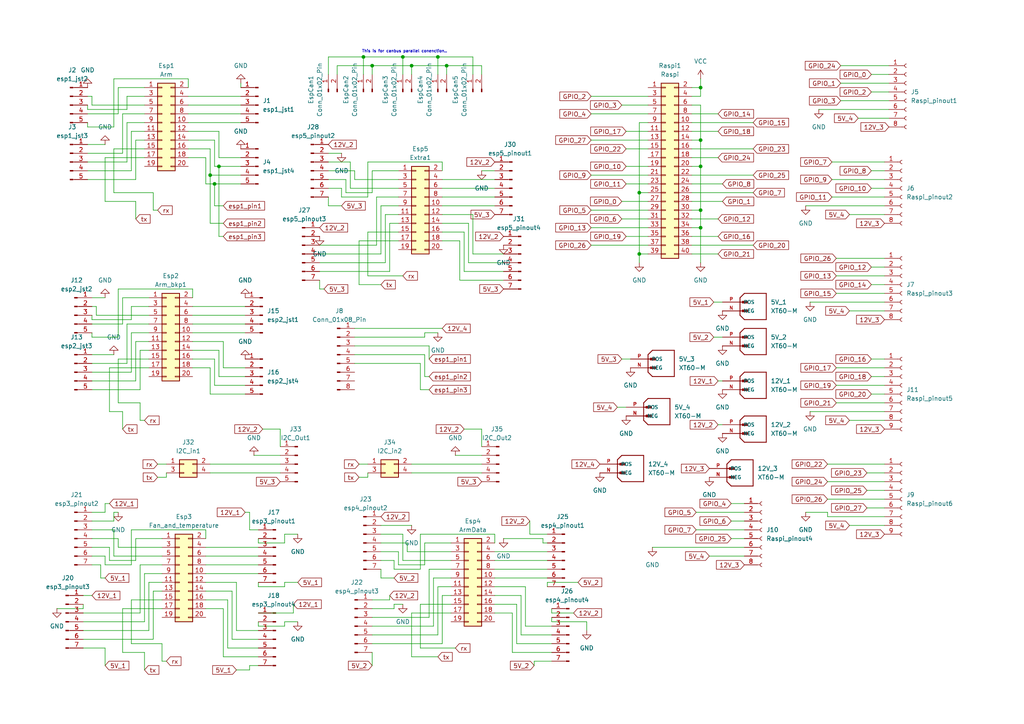
<source format=kicad_sch>
(kicad_sch (version 20231120) (generator "eeschema") (generator_version "8.0")
  (paper "A4")
  (lib_symbols
    (symbol "Connector:Conn_01x02_Pin" (pin_names (offset 1.016) hide)
      (property "Reference" "J" (at 0 2.54 0))
      (property "Value" "Conn_01x02_Pin" (at 0 -5.08 0))
      (symbol "Conn_01x02_Pin_1_1"
        (pin passive line (at 5.08 0 180) (length 3.81) (name "Pin_1") (number "1"))
        (pin passive line (at 5.08 -2.54 180) (length 3.81) (name "Pin_2") (number "2"))
      )
    )
    (symbol "Connector:Conn_01x05_Pin" (pin_names (offset 1.016) hide)
      (property "Reference" "J" (at 0 7.62 0))
      (property "Value" "Conn_01x05_Pin" (at 0 -7.62 0))
      (symbol "Conn_01x05_Pin_1_1"
        (pin passive line (at 5.08 5.08 180) (length 3.81) (name "Pin_1") (number "1"))
        (pin passive line (at 5.08 2.54 180) (length 3.81) (name "Pin_2") (number "2"))
        (pin passive line (at 5.08 0 180) (length 3.81) (name "Pin_3") (number "3"))
        (pin passive line (at 5.08 -2.54 180) (length 3.81) (name "Pin_4") (number "4"))
        (pin passive line (at 5.08 -5.08 180) (length 3.81) (name "Pin_5") (number "5"))
      )
    )
    (symbol "Connector:Conn_01x07_Pin" (pin_names (offset 1.016) hide)
      (property "Reference" "J" (at 0 10.16 0))
      (property "Value" "Conn_01x07_Pin" (at 0 -10.16 0))
      (symbol "Conn_01x07_Pin_1_1"
        (pin passive line (at 5.08 7.62 180) (length 3.81) (name "Pin_1") (number "1"))
        (pin passive line (at 5.08 5.08 180) (length 3.81) (name "Pin_2") (number "2"))
        (pin passive line (at 5.08 2.54 180) (length 3.81) (name "Pin_3") (number "3"))
        (pin passive line (at 5.08 0 180) (length 3.81) (name "Pin_4") (number "4"))
        (pin passive line (at 5.08 -2.54 180) (length 3.81) (name "Pin_5") (number "5"))
        (pin passive line (at 5.08 -5.08 180) (length 3.81) (name "Pin_6") (number "6"))
        (pin passive line (at 5.08 -7.62 180) (length 3.81) (name "Pin_7") (number "7"))
      )
    )
    (symbol "Connector:Conn_01x08_Pin" (pin_names (offset 1.016) hide)
      (property "Reference" "J" (at 0 10.16 0))
      (property "Value" "Conn_01x08_Pin" (at 0 -12.7 0))
      (symbol "Conn_01x08_Pin_1_1"
        (pin passive line (at 5.08 7.62 180) (length 3.81) (name "Pin_1") (number "1"))
        (pin passive line (at 5.08 5.08 180) (length 3.81) (name "Pin_2") (number "2"))
        (pin passive line (at 5.08 2.54 180) (length 3.81) (name "Pin_3") (number "3"))
        (pin passive line (at 5.08 0 180) (length 3.81) (name "Pin_4") (number "4"))
        (pin passive line (at 5.08 -2.54 180) (length 3.81) (name "Pin_5") (number "5"))
        (pin passive line (at 5.08 -5.08 180) (length 3.81) (name "Pin_6") (number "6"))
        (pin passive line (at 5.08 -7.62 180) (length 3.81) (name "Pin_7") (number "7"))
        (pin passive line (at 5.08 -10.16 180) (length 3.81) (name "Pin_8") (number "8"))
      )
    )
    (symbol "Connector:Conn_01x08_Socket" (pin_names (offset 1.016) hide)
      (property "Reference" "J" (at 0 10.16 0))
      (property "Value" "Conn_01x08_Socket" (at 0 -12.7 0))
      (symbol "Conn_01x08_Socket_1_1"
        (pin passive line (at -5.08 7.62 0) (length 3.81) (name "Pin_1") (number "1"))
        (pin passive line (at -5.08 5.08 0) (length 3.81) (name "Pin_2") (number "2"))
        (pin passive line (at -5.08 2.54 0) (length 3.81) (name "Pin_3") (number "3"))
        (pin passive line (at -5.08 0 0) (length 3.81) (name "Pin_4") (number "4"))
        (pin passive line (at -5.08 -2.54 0) (length 3.81) (name "Pin_5") (number "5"))
        (pin passive line (at -5.08 -5.08 0) (length 3.81) (name "Pin_6") (number "6"))
        (pin passive line (at -5.08 -7.62 0) (length 3.81) (name "Pin_7") (number "7"))
        (pin passive line (at -5.08 -10.16 0) (length 3.81) (name "Pin_8") (number "8"))
      )
    )
    (symbol "Connector:Conn_01x09_Socket" (pin_names (offset 1.016) hide)
      (property "Reference" "J" (at 0 12.7 0))
      (property "Value" "Conn_01x09_Socket" (at 0 -12.7 0))
      (symbol "Conn_01x09_Socket_1_1"
        (pin passive line (at -5.08 10.16 0) (length 3.81) (name "Pin_1") (number "1"))
        (pin passive line (at -5.08 7.62 0) (length 3.81) (name "Pin_2") (number "2"))
        (pin passive line (at -5.08 5.08 0) (length 3.81) (name "Pin_3") (number "3"))
        (pin passive line (at -5.08 2.54 0) (length 3.81) (name "Pin_4") (number "4"))
        (pin passive line (at -5.08 0 0) (length 3.81) (name "Pin_5") (number "5"))
        (pin passive line (at -5.08 -2.54 0) (length 3.81) (name "Pin_6") (number "6"))
        (pin passive line (at -5.08 -5.08 0) (length 3.81) (name "Pin_7") (number "7"))
        (pin passive line (at -5.08 -7.62 0) (length 3.81) (name "Pin_8") (number "8"))
        (pin passive line (at -5.08 -10.16 0) (length 3.81) (name "Pin_9") (number "9"))
      )
    )
    (symbol "Connector_Generic:Conn_02x02_Odd_Even" (pin_names (offset 1.016) hide)
      (property "Reference" "J" (at 1.27 2.54 0))
      (property "Value" "Conn_02x02_Odd_Even" (at 1.27 -5.08 0))
      (symbol "Conn_02x02_Odd_Even_1_1"
        (pin passive line (at -5.08 0 0) (length 3.81) (name "Pin_1") (number "1"))
        (pin passive line (at 7.62 0 180) (length 3.81) (name "Pin_2") (number "2"))
        (pin passive line (at -5.08 -2.54 0) (length 3.81) (name "Pin_3") (number "3"))
        (pin passive line (at 7.62 -2.54 180) (length 3.81) (name "Pin_4") (number "4"))
      )
    )
    (symbol "Connector_Generic:Conn_02x10_Odd_Even" (pin_names (offset 1.016) hide)
      (property "Reference" "J" (at 1.27 12.7 0))
      (property "Value" "Conn_02x10_Odd_Even" (at 1.27 -15.24 0))
      (symbol "Conn_02x10_Odd_Even_1_1"
        (pin passive line (at -5.08 10.16 0) (length 3.81) (name "Pin_1") (number "1"))
        (pin passive line (at 7.62 0 180) (length 3.81) (name "Pin_10") (number "10"))
        (pin passive line (at -5.08 -2.54 0) (length 3.81) (name "Pin_11") (number "11"))
        (pin passive line (at 7.62 -2.54 180) (length 3.81) (name "Pin_12") (number "12"))
        (pin passive line (at -5.08 -5.08 0) (length 3.81) (name "Pin_13") (number "13"))
        (pin passive line (at 7.62 -5.08 180) (length 3.81) (name "Pin_14") (number "14"))
        (pin passive line (at -5.08 -7.62 0) (length 3.81) (name "Pin_15") (number "15"))
        (pin passive line (at 7.62 -7.62 180) (length 3.81) (name "Pin_16") (number "16"))
        (pin passive line (at -5.08 -10.16 0) (length 3.81) (name "Pin_17") (number "17"))
        (pin passive line (at 7.62 -10.16 180) (length 3.81) (name "Pin_18") (number "18"))
        (pin passive line (at -5.08 -12.7 0) (length 3.81) (name "Pin_19") (number "19"))
        (pin passive line (at 7.62 10.16 180) (length 3.81) (name "Pin_2") (number "2"))
        (pin passive line (at 7.62 -12.7 180) (length 3.81) (name "Pin_20") (number "20"))
        (pin passive line (at -5.08 7.62 0) (length 3.81) (name "Pin_3") (number "3"))
        (pin passive line (at 7.62 7.62 180) (length 3.81) (name "Pin_4") (number "4"))
        (pin passive line (at -5.08 5.08 0) (length 3.81) (name "Pin_5") (number "5"))
        (pin passive line (at 7.62 5.08 180) (length 3.81) (name "Pin_6") (number "6"))
        (pin passive line (at -5.08 2.54 0) (length 3.81) (name "Pin_7") (number "7"))
        (pin passive line (at 7.62 2.54 180) (length 3.81) (name "Pin_8") (number "8"))
        (pin passive line (at -5.08 0 0) (length 3.81) (name "Pin_9") (number "9"))
      )
    )
    (symbol "Connector_Generic:Conn_02x20_Odd_Even" (pin_names (offset 1.016) hide)
      (property "Reference" "J" (at 1.27 25.4 0))
      (property "Value" "Conn_02x20_Odd_Even" (at 1.27 -27.94 0))
      (symbol "Conn_02x20_Odd_Even_1_1"
        (pin passive line (at -5.08 22.86 0) (length 3.81) (name "Pin_1") (number "1"))
        (pin passive line (at 7.62 12.7 180) (length 3.81) (name "Pin_10") (number "10"))
        (pin passive line (at -5.08 10.16 0) (length 3.81) (name "Pin_11") (number "11"))
        (pin passive line (at 7.62 10.16 180) (length 3.81) (name "Pin_12") (number "12"))
        (pin passive line (at -5.08 7.62 0) (length 3.81) (name "Pin_13") (number "13"))
        (pin passive line (at 7.62 7.62 180) (length 3.81) (name "Pin_14") (number "14"))
        (pin passive line (at -5.08 5.08 0) (length 3.81) (name "Pin_15") (number "15"))
        (pin passive line (at 7.62 5.08 180) (length 3.81) (name "Pin_16") (number "16"))
        (pin passive line (at -5.08 2.54 0) (length 3.81) (name "Pin_17") (number "17"))
        (pin passive line (at 7.62 2.54 180) (length 3.81) (name "Pin_18") (number "18"))
        (pin passive line (at -5.08 0 0) (length 3.81) (name "Pin_19") (number "19"))
        (pin passive line (at 7.62 22.86 180) (length 3.81) (name "Pin_2") (number "2"))
        (pin passive line (at 7.62 0 180) (length 3.81) (name "Pin_20") (number "20"))
        (pin passive line (at -5.08 -2.54 0) (length 3.81) (name "Pin_21") (number "21"))
        (pin passive line (at 7.62 -2.54 180) (length 3.81) (name "Pin_22") (number "22"))
        (pin passive line (at -5.08 -5.08 0) (length 3.81) (name "Pin_23") (number "23"))
        (pin passive line (at 7.62 -5.08 180) (length 3.81) (name "Pin_24") (number "24"))
        (pin passive line (at -5.08 -7.62 0) (length 3.81) (name "Pin_25") (number "25"))
        (pin passive line (at 7.62 -7.62 180) (length 3.81) (name "Pin_26") (number "26"))
        (pin passive line (at -5.08 -10.16 0) (length 3.81) (name "Pin_27") (number "27"))
        (pin passive line (at 7.62 -10.16 180) (length 3.81) (name "Pin_28") (number "28"))
        (pin passive line (at -5.08 -12.7 0) (length 3.81) (name "Pin_29") (number "29"))
        (pin passive line (at -5.08 20.32 0) (length 3.81) (name "Pin_3") (number "3"))
        (pin passive line (at 7.62 -12.7 180) (length 3.81) (name "Pin_30") (number "30"))
        (pin passive line (at -5.08 -15.24 0) (length 3.81) (name "Pin_31") (number "31"))
        (pin passive line (at 7.62 -15.24 180) (length 3.81) (name "Pin_32") (number "32"))
        (pin passive line (at -5.08 -17.78 0) (length 3.81) (name "Pin_33") (number "33"))
        (pin passive line (at 7.62 -17.78 180) (length 3.81) (name "Pin_34") (number "34"))
        (pin passive line (at -5.08 -20.32 0) (length 3.81) (name "Pin_35") (number "35"))
        (pin passive line (at 7.62 -20.32 180) (length 3.81) (name "Pin_36") (number "36"))
        (pin passive line (at -5.08 -22.86 0) (length 3.81) (name "Pin_37") (number "37"))
        (pin passive line (at 7.62 -22.86 180) (length 3.81) (name "Pin_38") (number "38"))
        (pin passive line (at -5.08 -25.4 0) (length 3.81) (name "Pin_39") (number "39"))
        (pin passive line (at 7.62 20.32 180) (length 3.81) (name "Pin_4") (number "4"))
        (pin passive line (at 7.62 -25.4 180) (length 3.81) (name "Pin_40") (number "40"))
        (pin passive line (at -5.08 17.78 0) (length 3.81) (name "Pin_5") (number "5"))
        (pin passive line (at 7.62 17.78 180) (length 3.81) (name "Pin_6") (number "6"))
        (pin passive line (at -5.08 15.24 0) (length 3.81) (name "Pin_7") (number "7"))
        (pin passive line (at 7.62 15.24 180) (length 3.81) (name "Pin_8") (number "8"))
        (pin passive line (at -5.08 12.7 0) (length 3.81) (name "Pin_9") (number "9"))
      )
    )
    (symbol "XT60-M:XT60-M" (pin_names (offset 1.016))
      (property "Reference" "J" (at 0 6.35 0))
      (property "Value" "XT60-M" (at 0 -5.08 0))
      (symbol "XT60-M_0_0"
        (pin passive line (at -5.08 0 0) (length 5.08) (name "NEG") (number "N"))
        (pin passive line (at -5.08 2.54 0) (length 5.08) (name "POS") (number "P"))
      )
    )
    (symbol "power:GND" (power) (pin_numbers hide) (pin_names (offset 0) hide)
      (property "Value" "GND" (at 0 -3.81 0))
      (symbol "GND_1_1"
        (pin power_in line (at 0 0 270) (length 0) (name "~") (number "1"))
      )
    )
    (symbol "power:VCC" (power) (pin_numbers hide) (pin_names (offset 0) hide)
      (property "Value" "VCC" (at 0 3.556 0))
      (symbol "VCC_1_1"
        (pin power_in line (at 0 0 90) (length 0) (name "~") (number "1"))
      )
    )
  )
  (junction (at 107.95 19.05))
  (junction (at 60.96 50.8))
  (junction (at 127 16.51))
  (junction (at 203.2 48.26))
  (junction (at 105.41 16.51))
  (junction (at 119.38 19.05))
  (junction (at 203.2 25.4))
  (junction (at 116.84 16.51))
  (junction (at 62.23 53.34))
  (junction (at 203.2 60.96))
  (junction (at 185.42 55.88))
  (junction (at 63.5 48.26))
  (junction (at 203.2 66.04))
  (junction (at 203.2 40.64))
  (junction (at 129.54 19.05))
  (junction (at 185.42 73.66))
  (wire (pts (xy 72.39 194.31) (xy 72.39 193.04)))
  (wire (pts (xy 39.37 110.49) (xy 26.67 110.49)))
  (wire (pts (xy 63.5 38.1) (xy 54.61 38.1)))
  (wire (pts (xy 26.67 151.13) (xy 33.02 151.13)))
  (wire (pts (xy 38.1 38.1) (xy 38.1 49.53)))
  (wire (pts (xy 248.92 34.29) (xy 257.81 34.29)))
  (wire (pts (xy 243.84 29.21) (xy 257.81 29.21)))
  (wire (pts (xy 200.66 45.72) (xy 208.28 45.72)))
  (wire (pts (xy 106.68 46.99) (xy 106.68 57.15)))
  (wire (pts (xy 45.72 134.62) (xy 48.26 134.62)))
  (wire (pts (xy 130.81 165.1) (xy 124.46 165.1)))
  (wire (pts (xy 135.89 76.2) (xy 146.05 76.2)))
  (wire (pts (xy 171.45 71.12) (xy 187.96 71.12)))
  (wire (pts (xy 74.93 170.18) (xy 82.55 170.18)))
  (wire (pts (xy 95.25 44.45) (xy 99.06 44.45)))
  (wire (pts (xy 35.56 119.38) (xy 35.56 124.46)))
  (wire (pts (xy 63.5 68.58) (xy 64.77 68.58)))
  (wire (pts (xy 30.48 148.59) (xy 30.48 146.05)))
  (wire (pts (xy 104.14 82.55) (xy 104.14 69.85)))
  (wire (pts (xy 242.57 111.76) (xy 256.54 111.76)))
  (wire (pts (xy 34.29 33.02) (xy 25.4 33.02)))
  (wire (pts (xy 95.25 49.53) (xy 102.87 49.53)))
  (wire (pts (xy 59.69 53.34) (xy 62.23 53.34)))
  (wire (pts (xy 40.64 101.6) (xy 43.18 101.6)))
  (wire (pts (xy 38.1 107.95) (xy 38.1 96.52)))
  (wire (pts (xy 54.61 27.94) (xy 69.85 27.94)))
  (wire (pts (xy 72.39 153.67) (xy 74.93 153.67)))
  (wire (pts (xy 241.3 46.99) (xy 256.54 46.99)))
  (wire (pts (xy 54.61 33.02) (xy 69.85 33.02)))
  (wire (pts (xy 36.83 35.56) (xy 41.91 35.56)))
  (wire (pts (xy 95.25 59.69) (xy 99.06 59.69)))
  (wire (pts (xy 107.95 189.23) (xy 107.95 193.04)))
  (wire (pts (xy 139.7 19.05) (xy 139.7 21.59)))
  (wire (pts (xy 38.1 186.69) (xy 46.99 186.69)))
  (wire (pts (xy 43.18 88.9) (xy 38.1 88.9)))
  (wire (pts (xy 116.84 175.26) (xy 114.3 175.26)))
  (wire (pts (xy 207.01 87.63) (xy 209.55 87.63)))
  (wire (pts (xy 41.91 189.23) (xy 41.91 194.31)))
  (wire (pts (xy 25.4 31.75) (xy 25.4 30.48)))
  (wire (pts (xy 180.34 104.14) (xy 182.88 104.14)))
  (wire (pts (xy 133.35 69.85) (xy 133.35 81.28)))
  (wire (pts (xy 27.94 88.9) (xy 26.67 88.9)))
  (wire (pts (xy 243.84 24.13) (xy 257.81 24.13)))
  (wire (pts (xy 41.91 33.02) (xy 35.56 33.02)))
  (wire (pts (xy 200.66 71.12) (xy 218.44 71.12)))
  (wire (pts (xy 128.27 67.31) (xy 134.62 67.31)))
  (wire (pts (xy 154.94 191.77) (xy 160.02 191.77)))
  (wire (pts (xy 26.67 148.59) (xy 30.48 148.59)))
  (wire (pts (xy 200.66 48.26) (xy 203.2 48.26)))
  (wire (pts (xy 185.42 55.88) (xy 185.42 73.66)))
  (wire (pts (xy 208.28 123.19) (xy 209.55 123.19)))
  (wire (pts (xy 30.48 41.91) (xy 25.4 41.91)))
  (wire (pts (xy 121.92 105.41) (xy 102.87 105.41)))
  (wire (pts (xy 29.21 167.64) (xy 30.48 167.64)))
  (wire (pts (xy 26.67 113.03) (xy 40.64 113.03)))
  (wire (pts (xy 33.02 151.13) (xy 33.02 148.59)))
  (wire (pts (xy 67.31 185.42) (xy 74.93 185.42)))
  (wire (pts (xy 55.88 88.9) (xy 71.12 88.9)))
  (wire (pts (xy 35.56 86.36) (xy 35.56 93.98)))
  (wire (pts (xy 134.62 67.31) (xy 134.62 78.74)))
  (wire (pts (xy 69.85 24.13) (xy 69.85 25.4)))
  (wire (pts (xy 106.68 138.43) (xy 106.68 137.16)))
  (wire (pts (xy 252.73 104.14) (xy 256.54 104.14)))
  (wire (pts (xy 34.29 25.4) (xy 34.29 33.02)))
  (wire (pts (xy 66.04 173.99) (xy 66.04 187.96)))
  (wire (pts (xy 104.14 69.85) (xy 115.57 69.85)))
  (wire (pts (xy 181.61 53.34) (xy 187.96 53.34)))
  (wire (pts (xy 30.48 161.29) (xy 26.67 161.29)))
  (wire (pts (xy 33.02 153.67) (xy 33.02 161.29)))
  (wire (pts (xy 107.95 19.05) (xy 119.38 19.05)))
  (wire (pts (xy 152.4 170.18) (xy 143.51 170.18)))
  (wire (pts (xy 68.58 194.31) (xy 72.39 194.31)))
  (wire (pts (xy 185.42 73.66) (xy 187.96 73.66)))
  (wire (pts (xy 119.38 19.05) (xy 129.54 19.05)))
  (wire (pts (xy 45.72 138.43) (xy 48.26 138.43)))
  (wire (pts (xy 44.45 171.45) (xy 46.99 171.45)))
  (wire (pts (xy 54.61 25.4) (xy 54.61 22.86)))
  (wire (pts (xy 200.66 55.88) (xy 218.44 55.88)))
  (wire (pts (xy 102.87 102.87) (xy 123.19 102.87)))
  (wire (pts (xy 200.66 43.18) (xy 218.44 43.18)))
  (wire (pts (xy 104.14 138.43) (xy 106.68 138.43)))
  (wire (pts (xy 54.61 35.56) (xy 69.85 35.56)))
  (wire (pts (xy 92.71 78.74) (xy 113.03 78.74)))
  (wire (pts (xy 113.03 78.74) (xy 113.03 64.77)))
  (wire (pts (xy 153.67 154.94) (xy 158.75 154.94)))
  (wire (pts (xy 151.13 184.15) (xy 160.02 184.15)))
  (wire (pts (xy 240.03 148.59) (xy 240.03 149.86)))
  (wire (pts (xy 55.88 96.52) (xy 71.12 96.52)))
  (wire (pts (xy 128.27 54.61) (xy 143.51 54.61)))
  (wire (pts (xy 97.79 21.59) (xy 97.79 19.05)))
  (wire (pts (xy 115.57 160.02) (xy 110.49 160.02)))
  (wire (pts (xy 137.16 16.51) (xy 127 16.51)))
  (wire (pts (xy 115.57 67.31) (xy 106.68 67.31)))
  (wire (pts (xy 60.96 50.8) (xy 69.85 50.8)))
  (wire (pts (xy 119.38 152.4) (xy 110.49 152.4)))
  (wire (pts (xy 33.02 22.86) (xy 33.02 36.83)))
  (wire (pts (xy 118.11 157.48) (xy 118.11 160.02)))
  (wire (pts (xy 100.33 55.88) (xy 100.33 52.07)))
  (wire (pts (xy 24.13 176.53) (xy 16.51 176.53)))
  (wire (pts (xy 251.46 142.24) (xy 256.54 142.24)))
  (wire (pts (xy 128.27 52.07) (xy 143.51 52.07)))
  (wire (pts (xy 157.48 156.21) (xy 157.48 157.48)))
  (wire (pts (xy 102.87 49.53) (xy 102.87 52.07)))
  (wire (pts (xy 157.48 157.48) (xy 158.75 157.48)))
  (wire (pts (xy 33.02 36.83) (xy 25.4 36.83)))
  (wire (pts (xy 130.81 170.18) (xy 127 170.18)))
  (wire (pts (xy 185.42 55.88) (xy 187.96 55.88)))
  (wire (pts (xy 200.66 50.8) (xy 218.44 50.8)))
  (wire (pts (xy 62.23 104.14) (xy 62.23 111.76)))
  (wire (pts (xy 242.57 80.01) (xy 256.54 80.01)))
  (wire (pts (xy 41.91 166.37) (xy 46.99 166.37)))
  (wire (pts (xy 30.48 161.29) (xy 30.48 163.83)))
  (wire (pts (xy 97.79 19.05) (xy 107.95 19.05)))
  (wire (pts (xy 74.93 180.34) (xy 74.93 181.61)))
  (wire (pts (xy 59.69 158.75) (xy 74.93 158.75)))
  (wire (pts (xy 125.73 167.64) (xy 130.81 167.64)))
  (wire (pts (xy 102.87 100.33) (xy 124.46 100.33)))
  (wire (pts (xy 130.81 157.48) (xy 123.19 157.48)))
  (wire (pts (xy 60.96 114.3) (xy 71.12 114.3)))
  (wire (pts (xy 133.35 81.28) (xy 146.05 81.28)))
  (wire (pts (xy 107.95 49.53) (xy 107.95 55.88)))
  (wire (pts (xy 44.45 60.96) (xy 45.72 60.96)))
  (wire (pts (xy 129.54 19.05) (xy 139.7 19.05)))
  (wire (pts (xy 143.51 172.72) (xy 151.13 172.72)))
  (wire (pts (xy 60.96 64.77) (xy 64.77 64.77)))
  (wire (pts (xy 99.06 54.61) (xy 99.06 57.15)))
  (wire (pts (xy 36.83 105.41) (xy 26.67 105.41)))
  (wire (pts (xy 143.51 167.64) (xy 158.75 167.64)))
  (wire (pts (xy 252.73 82.55) (xy 256.54 82.55)))
  (wire (pts (xy 170.18 180.34) (xy 160.02 180.34)))
  (wire (pts (xy 46.99 173.99) (xy 38.1 173.99)))
  (wire (pts (xy 200.66 66.04) (xy 203.2 66.04)))
  (wire (pts (xy 55.88 83.82) (xy 34.29 83.82)))
  (wire (pts (xy 134.62 78.74) (xy 146.05 78.74)))
  (wire (pts (xy 63.5 48.26) (xy 63.5 68.58)))
  (wire (pts (xy 160.02 176.53) (xy 160.02 177.8)))
  (wire (pts (xy 146.05 73.66) (xy 137.16 73.66)))
  (wire (pts (xy 252.73 109.22) (xy 256.54 109.22)))
  (wire (pts (xy 40.64 177.8) (xy 24.13 177.8)))
  (wire (pts (xy 95.25 57.15) (xy 95.25 59.69)))
  (wire (pts (xy 123.19 163.83) (xy 115.57 163.83)))
  (wire (pts (xy 26.67 107.95) (xy 38.1 107.95)))
  (wire (pts (xy 82.55 170.18) (xy 82.55 168.91)))
  (wire (pts (xy 104.14 134.62) (xy 106.68 134.62)))
  (wire (pts (xy 121.92 187.96) (xy 132.08 187.96)))
  (wire (pts (xy 246.38 121.92) (xy 256.54 121.92)))
  (wire (pts (xy 137.16 21.59) (xy 137.16 16.51)))
  (wire (pts (xy 35.56 189.23) (xy 41.91 189.23)))
  (wire (pts (xy 30.48 146.05) (xy 31.75 146.05)))
  (wire (pts (xy 151.13 172.72) (xy 151.13 184.15)))
  (wire (pts (xy 25.4 52.07) (xy 39.37 52.07)))
  (wire (pts (xy 40.64 163.83) (xy 40.64 177.8)))
  (wire (pts (xy 171.45 27.94) (xy 187.96 27.94)))
  (wire (pts (xy 69.85 45.72) (xy 63.5 45.72)))
  (wire (pts (xy 59.69 161.29) (xy 74.93 161.29)))
  (wire (pts (xy 146.05 156.21) (xy 157.48 156.21)))
  (wire (pts (xy 129.54 19.05) (xy 129.54 21.59)))
  (wire (pts (xy 43.18 91.44) (xy 27.94 91.44)))
  (wire (pts (xy 203.2 22.86) (xy 203.2 25.4)))
  (wire (pts (xy 113.03 64.77) (xy 115.57 64.77)))
  (wire (pts (xy 54.61 22.86) (xy 33.02 22.86)))
  (wire (pts (xy 143.51 165.1) (xy 158.75 165.1)))
  (wire (pts (xy 43.18 86.36) (xy 35.56 86.36)))
  (wire (pts (xy 67.31 171.45) (xy 67.31 185.42)))
  (wire (pts (xy 251.46 137.16) (xy 256.54 137.16)))
  (wire (pts (xy 82.55 154.94) (xy 86.36 154.94)))
  (wire (pts (xy 171.45 40.64) (xy 187.96 40.64)))
  (wire (pts (xy 100.33 52.07) (xy 95.25 52.07)))
  (wire (pts (xy 105.41 16.51) (xy 116.84 16.51)))
  (wire (pts (xy 85.09 177.8) (xy 85.09 175.26)))
  (wire (pts (xy 38.1 96.52) (xy 43.18 96.52)))
  (wire (pts (xy 54.61 30.48) (xy 69.85 30.48)))
  (wire (pts (xy 33.02 153.67) (xy 26.67 153.67)))
  (wire (pts (xy 116.84 16.51) (xy 127 16.51)))
  (wire (pts (xy 74.93 156.21) (xy 74.93 157.48)))
  (wire (pts (xy 185.42 35.56) (xy 185.42 55.88)))
  (wire (pts (xy 25.4 36.83) (xy 25.4 35.56)))
  (wire (pts (xy 36.83 46.99) (xy 36.83 35.56)))
  (wire (pts (xy 60.96 43.18) (xy 60.96 50.8)))
  (wire (pts (xy 46.99 163.83) (xy 40.64 163.83)))
  (wire (pts (xy 26.67 163.83) (xy 29.21 163.83)))
  (wire (pts (xy 116.84 16.51) (xy 116.84 21.59)))
  (wire (pts (xy 160.02 181.61) (xy 152.4 181.61)))
  (wire (pts (xy 203.2 60.96) (xy 203.2 48.26)))
  (wire (pts (xy 180.34 58.42) (xy 187.96 58.42)))
  (wire (pts (xy 240.03 144.78) (xy 256.54 144.78)))
  (wire (pts (xy 74.93 182.88) (xy 68.58 182.88)))
  (wire (pts (xy 121.92 175.26) (xy 121.92 187.96)))
  (wire (pts (xy 62.23 48.26) (xy 63.5 48.26)))
  (wire (pts (xy 242.57 106.68) (xy 256.54 106.68)))
  (wire (pts (xy 30.48 58.42) (xy 30.48 45.72)))
  (wire (pts (xy 200.66 35.56) (xy 218.44 35.56)))
  (wire (pts (xy 158.75 168.91) (xy 167.64 168.91)))
  (wire (pts (xy 123.19 96.52) (xy 123.19 97.79)))
  (wire (pts (xy 212.09 146.05) (xy 215.9 146.05)))
  (wire (pts (xy 200.66 33.02) (xy 208.28 33.02)))
  (wire (pts (xy 46.99 156.21) (xy 39.37 156.21)))
  (wire (pts (xy 148.59 177.8) (xy 148.59 189.23)))
  (wire (pts (xy 179.07 118.11) (xy 181.61 118.11)))
  (wire (pts (xy 200.66 73.66) (xy 208.28 73.66)))
  (wire (pts (xy 200.66 53.34) (xy 209.55 53.34)))
  (wire (pts (xy 143.51 177.8) (xy 148.59 177.8)))
  (wire (pts (xy 128.27 172.72) (xy 130.81 172.72)))
  (wire (pts (xy 39.37 162.56) (xy 31.75 162.56)))
  (wire (pts (xy 121.92 165.1) (xy 114.3 165.1)))
  (wire (pts (xy 26.67 102.87) (xy 33.02 102.87)))
  (wire (pts (xy 24.13 185.42) (xy 44.45 185.42)))
  (wire (pts (xy 119.38 177.8) (xy 130.81 177.8)))
  (wire (pts (xy 187.96 38.1) (xy 181.61 38.1)))
  (wire (pts (xy 41.91 43.18) (xy 33.02 43.18)))
  (wire (pts (xy 121.92 113.03) (xy 121.92 105.41)))
  (wire (pts (xy 252.73 54.61) (xy 256.54 54.61)))
  (wire (pts (xy 128.27 69.85) (xy 133.35 69.85)))
  (wire (pts (xy 203.2 25.4) (xy 203.2 27.94)))
  (wire (pts (xy 33.02 148.59) (xy 34.29 148.59)))
  (wire (pts (xy 105.41 16.51) (xy 105.41 21.59)))
  (wire (pts (xy 110.49 59.69) (xy 115.57 59.69)))
  (wire (pts (xy 149.86 175.26) (xy 149.86 186.69)))
  (wire (pts (xy 252.73 26.67) (xy 257.81 26.67)))
  (wire (pts (xy 63.5 45.72) (xy 63.5 38.1)))
  (wire (pts (xy 46.99 186.69) (xy 46.99 191.77)))
  (wire (pts (xy 171.45 60.96) (xy 187.96 60.96)))
  (wire (pts (xy 41.91 25.4) (xy 34.29 25.4)))
  (wire (pts (xy 72.39 193.04) (xy 74.93 193.04)))
  (wire (pts (xy 200.66 40.64) (xy 203.2 40.64)))
  (wire (pts (xy 242.57 85.09) (xy 256.54 85.09)))
  (wire (pts (xy 110.49 157.48) (xy 118.11 157.48)))
  (wire (pts (xy 118.11 160.02) (xy 130.81 160.02)))
  (wire (pts (xy 207.01 97.79) (xy 209.55 97.79)))
  (wire (pts (xy 152.4 181.61) (xy 152.4 170.18)))
  (wire (pts (xy 127 184.15) (xy 107.95 184.15)))
  (wire (pts (xy 115.57 62.23) (xy 111.76 62.23)))
  (wire (pts (xy 109.22 57.15) (xy 109.22 71.12)))
  (wire (pts (xy 106.68 57.15) (xy 99.06 57.15)))
  (wire (pts (xy 101.6 46.99) (xy 101.6 54.61)))
  (wire (pts (xy 124.46 179.07) (xy 107.95 179.07)))
  (wire (pts (xy 92.71 83.82) (xy 93.98 83.82)))
  (wire (pts (xy 71.12 148.59) (xy 72.39 148.59)))
  (wire (pts (xy 39.37 40.64) (xy 41.91 40.64)))
  (wire (pts (xy 36.83 93.98) (xy 36.83 105.41)))
  (wire (pts (xy 110.49 165.1) (xy 110.49 167.64)))
  (wire (pts (xy 26.67 156.21) (xy 34.29 156.21)))
  (wire (pts (xy 44.45 185.42) (xy 44.45 171.45)))
  (wire (pts (xy 107.95 55.88) (xy 100.33 55.88)))
  (wire (pts (xy 30.48 45.72) (xy 41.91 45.72)))
  (wire (pts (xy 212.09 156.21) (xy 215.9 156.21)))
  (wire (pts (xy 242.57 116.84) (xy 256.54 116.84)))
  (wire (pts (xy 143.51 154.94) (xy 121.92 154.94)))
  (wire (pts (xy 135.89 64.77) (xy 135.89 76.2)))
  (wire (pts (xy 43.18 93.98) (xy 36.83 93.98)))
  (wire (pts (xy 201.93 148.59) (xy 215.9 148.59)))
  (wire (pts (xy 60.96 134.62) (xy 81.28 134.62)))
  (wire (pts (xy 72.39 148.59) (xy 72.39 153.67)))
  (wire (pts (xy 99.06 54.61) (xy 95.25 54.61)))
  (wire (pts (xy 109.22 71.12) (xy 92.71 71.12)))
  (wire (pts (xy 60.96 137.16) (xy 81.28 137.16)))
  (wire (pts (xy 113.03 173.99) (xy 113.03 172.72)))
  (wire (pts (xy 34.29 156.21) (xy 34.29 158.75)))
  (wire (pts (xy 31.75 162.56) (xy 31.75 158.75)))
  (wire (pts (xy 60.96 50.8) (xy 60.96 64.77)))
  (wire (pts (xy 54.61 43.18) (xy 60.96 43.18)))
  (wire (pts (xy 241.3 57.15) (xy 256.54 57.15)))
  (wire (pts (xy 181.61 43.18) (xy 187.96 43.18)))
  (wire (pts (xy 143.51 157.48) (xy 143.51 154.94)))
  (wire (pts (xy 59.69 163.83) (xy 74.93 163.83)))
  (wire (pts (xy 237.49 31.75) (xy 257.81 31.75)))
  (wire (pts (xy 200.66 58.42) (xy 209.55 58.42)))
  (wire (pts (xy 35.56 176.53) (xy 46.99 176.53)))
  (wire (pts (xy 158.75 170.18) (xy 158.75 168.91)))
  (wire (pts (xy 114.3 162.56) (xy 114.3 165.1)))
  (wire (pts (xy 233.68 59.69) (xy 256.54 59.69)))
  (wire (pts (xy 160.02 180.34) (xy 160.02 179.07)))
  (wire (pts (xy 111.76 62.23) (xy 111.76 76.2)))
  (wire (pts (xy 200.66 63.5) (xy 208.28 63.5)))
  (wire (pts (xy 143.51 160.02) (xy 158.75 160.02)))
  (wire (pts (xy 127 16.51) (xy 127 21.59)))
  (wire (pts (xy 139.7 124.46) (xy 139.7 129.54)))
  (wire (pts (xy 200.66 68.58) (xy 208.28 68.58)))
  (wire (pts (xy 128.27 46.99) (xy 106.68 46.99)))
  (wire (pts (xy 54.61 45.72) (xy 59.69 45.72)))
  (wire (pts (xy 128.27 64.77) (xy 135.89 64.77)))
  (wire (pts (xy 203.2 48.26) (xy 203.2 40.64)))
  (wire (pts (xy 82.55 180.34) (xy 86.36 180.34)))
  (wire (pts (xy 26.67 86.36) (xy 30.48 86.36)))
  (wire (pts (xy 43.18 182.88) (xy 24.13 182.88)))
  (wire (pts (xy 62.23 40.64) (xy 62.23 48.26)))
  (wire (pts (xy 110.49 167.64) (xy 114.3 167.64)))
  (wire (pts (xy 115.57 49.53) (xy 107.95 49.53)))
  (wire (pts (xy 127 96.52) (xy 123.19 96.52)))
  (wire (pts (xy 34.29 158.75) (xy 46.99 158.75)))
  (wire (pts (xy 48.26 138.43) (xy 48.26 137.16)))
  (wire (pts (xy 203.2 30.48) (xy 203.2 40.64)))
  (wire (pts (xy 46.99 191.77) (xy 48.26 191.77)))
  (wire (pts (xy 107.95 181.61) (xy 125.73 181.61)))
  (wire (pts (xy 76.2 124.46) (xy 81.28 124.46)))
  (wire (pts (xy 64.77 176.53) (xy 64.77 190.5)))
  (wire (pts (xy 62.23 53.34) (xy 62.23 59.69)))
  (wire (pts (xy 115.57 54.61) (xy 101.6 54.61)))
  (wire (pts (xy 39.37 156.21) (xy 39.37 162.56)))
  (wire (pts (xy 26.67 30.48) (xy 26.67 27.94)))
  (wire (pts (xy 62.23 53.34) (xy 69.85 53.34)))
  (wire (pts (xy 187.96 35.56) (xy 185.42 35.56)))
  (wire (pts (xy 38.1 49.53) (xy 25.4 49.53)))
  (wire (pts (xy 55.88 91.44) (xy 71.12 91.44)))
  (wire (pts (xy 30.48 58.42) (xy 39.37 58.42)))
  (wire (pts (xy 38.1 88.9) (xy 38.1 92.71)))
  (wire (pts (xy 68.58 182.88) (xy 68.58 168.91)))
  (wire (pts (xy 111.76 76.2) (xy 92.71 76.2)))
  (wire (pts (xy 124.46 113.03) (xy 121.92 113.03)))
  (wire (pts (xy 46.99 168.91) (xy 43.18 168.91)))
  (wire (pts (xy 41.91 27.94) (xy 36.83 27.94)))
  (wire (pts (xy 200.66 25.4) (xy 203.2 25.4)))
  (wire (pts (xy 125.73 181.61) (xy 125.73 167.64)))
  (wire (pts (xy 128.27 49.53) (xy 128.27 46.99)))
  (wire (pts (xy 128.27 186.69) (xy 128.27 172.72)))
  (wire (pts (xy 123.19 157.48) (xy 123.19 163.83)))
  (wire (pts (xy 180.34 30.48) (xy 187.96 30.48)))
  (wire (pts (xy 41.91 180.34) (xy 41.91 166.37)))
  (wire (pts (xy 62.23 59.69) (xy 64.77 59.69)))
  (wire (pts (xy 134.62 124.46) (xy 139.7 124.46)))
  (wire (pts (xy 240.03 134.62) (xy 256.54 134.62)))
  (wire (pts (xy 200.66 30.48) (xy 203.2 30.48)))
  (wire (pts (xy 60.96 106.68) (xy 60.96 114.3)))
  (wire (pts (xy 181.61 48.26) (xy 187.96 48.26)))
  (wire (pts (xy 35.56 44.45) (xy 25.4 44.45)))
  (wire (pts (xy 54.61 40.64) (xy 62.23 40.64)))
  (wire (pts (xy 66.04 187.96) (xy 74.93 187.96)))
  (wire (pts (xy 143.51 162.56) (xy 158.75 162.56)))
  (wire (pts (xy 181.61 68.58) (xy 187.96 68.58)))
  (wire (pts (xy 24.13 175.26) (xy 24.13 176.53)))
  (wire (pts (xy 26.67 92.71) (xy 26.67 91.44)))
  (wire (pts (xy 24.13 187.96) (xy 30.48 187.96)))
  (wire (pts (xy 171.45 50.8) (xy 187.96 50.8)))
  (wire (pts (xy 81.28 124.46) (xy 81.28 129.54)))
  (wire (pts (xy 212.09 151.13) (xy 215.9 151.13)))
  (wire (pts (xy 64.77 99.06) (xy 55.88 99.06)))
  (wire (pts (xy 246.38 62.23) (xy 256.54 62.23)))
  (wire (pts (xy 114.3 176.53) (xy 107.95 176.53)))
  (wire (pts (xy 171.45 66.04) (xy 187.96 66.04)))
  (wire (pts (xy 119.38 137.16) (xy 139.7 137.16)))
  (wire (pts (xy 34.29 104.14) (xy 34.29 116.84)))
  (wire (pts (xy 115.57 57.15) (xy 109.22 57.15)))
  (wire (pts (xy 43.18 168.91) (xy 43.18 182.88)))
  (wire (pts (xy 252.73 77.47) (xy 256.54 77.47)))
  (wire (pts (xy 82.55 181.61) (xy 82.55 180.34)))
  (wire (pts (xy 203.2 66.04) (xy 203.2 76.2)))
  (wire (pts (xy 252.73 21.59) (xy 257.81 21.59)))
  (wire (pts (xy 119.38 190.5) (xy 119.38 177.8)))
  (wire (pts (xy 41.91 38.1) (xy 38.1 38.1)))
  (wire (pts (xy 34.29 83.82) (xy 34.29 97.79)))
  (wire (pts (xy 160.02 177.8) (xy 166.37 177.8)))
  (wire (pts (xy 130.81 162.56) (xy 116.84 162.56)))
  (wire (pts (xy 31.75 119.38) (xy 35.56 119.38)))
  (wire (pts (xy 102.87 95.25) (xy 128.27 95.25)))
  (wire (pts (xy 104.14 82.55) (xy 110.49 82.55)))
  (wire (pts (xy 40.64 121.92) (xy 41.91 121.92)))
  (wire (pts (xy 26.67 97.79) (xy 26.67 96.52)))
  (wire (pts (xy 205.74 161.29) (xy 215.9 161.29)))
  (wire (pts (xy 38.1 163.83) (xy 30.48 163.83)))
  (wire (pts (xy 39.37 52.07) (xy 39.37 40.64)))
  (wire (pts (xy 95.25 21.59) (xy 95.25 16.51)))
  (wire (pts (xy 115.57 163.83) (xy 115.57 160.02)))
  (wire (pts (xy 26.67 27.94) (xy 25.4 27.94)))
  (wire (pts (xy 119.38 134.62) (xy 139.7 134.62)))
  (wire (pts (xy 92.71 81.28) (xy 92.71 83.82)))
  (wire (pts (xy 63.5 109.22) (xy 71.12 109.22)))
  (wire (pts (xy 106.68 80.01) (xy 116.84 80.01)))
  (wire (pts (xy 92.71 73.66) (xy 110.49 73.66)))
  (wire (pts (xy 153.67 151.13) (xy 153.67 154.94)))
  (wire (pts (xy 82.55 157.48) (xy 82.55 154.94)))
  (wire (pts (xy 31.75 119.38) (xy 31.75 106.68)))
  (wire (pts (xy 74.93 181.61) (xy 82.55 181.61)))
  (wire (pts (xy 55.88 86.36) (xy 55.88 83.82)))
  (wire (pts (xy 119.38 190.5) (xy 127 190.5)))
  (wire (pts (xy 137.16 73.66) (xy 137.16 62.23)))
  (wire (pts (xy 107.95 186.69) (xy 128.27 186.69)))
  (wire (pts (xy 128.27 57.15) (xy 143.51 57.15)))
  (wire (pts (xy 74.93 157.48) (xy 82.55 157.48)))
  (wire (pts (xy 148.59 189.23) (xy 160.02 189.23)))
  (wire (pts (xy 149.86 186.69) (xy 160.02 186.69)))
  (wire (pts (xy 95.25 16.51) (xy 105.41 16.51)))
  (wire (pts (xy 44.45 55.88) (xy 44.45 60.96)))
  (wire (pts (xy 41.91 30.48) (xy 26.67 30.48)))
  (wire (pts (xy 171.45 33.02) (xy 187.96 33.02)))
  (wire (pts (xy 59.69 153.67) (xy 38.1 153.67)))
  (wire (pts (xy 39.37 58.42) (xy 39.37 63.5)))
  (wire (pts (xy 233.68 148.59) (xy 240.03 148.59)))
  (wire (pts (xy 110.49 73.66) (xy 110.49 59.69)))
  (wire (pts (xy 106.68 67.31) (xy 106.68 80.01)))
  (wire (pts (xy 27.94 91.44) (xy 27.94 88.9)))
  (wire (pts (xy 154.94 193.04) (xy 154.94 191.77)))
  (wire (pts (xy 234.95 87.63) (xy 256.54 87.63)))
  (wire (pts (xy 185.42 73.66) (xy 185.42 76.2)))
  (wire (pts (xy 101.6 46.99) (xy 95.25 46.99)))
  (wire (pts (xy 241.3 52.07) (xy 256.54 52.07)))
  (wire (pts (xy 189.23 158.75) (xy 215.9 158.75)))
  (wire (pts (xy 59.69 173.99) (xy 66.04 173.99)))
  (wire (pts (xy 64.77 106.68) (xy 64.77 99.06)))
  (wire (pts (xy 63.5 101.6) (xy 63.5 109.22)))
  (wire (pts (xy 234.95 119.38) (xy 256.54 119.38)))
  (wire (pts (xy 73.66 132.08) (xy 81.28 132.08)))
  (wire (pts (xy 252.73 49.53) (xy 256.54 49.53)))
  (wire (pts (xy 55.88 106.68) (xy 60.96 106.68)))
  (wire (pts (xy 123.19 102.87) (xy 123.19 109.22)))
  (wire (pts (xy 34.29 116.84) (xy 40.64 116.84)))
  (wire (pts (xy 102.87 52.07) (xy 115.57 52.07)))
  (wire (pts (xy 40.64 116.84) (xy 40.64 121.92)))
  (wire (pts (xy 130.81 175.26) (xy 121.92 175.26)))
  (wire (pts (xy 180.34 63.5) (xy 187.96 63.5)))
  (wire (pts (xy 59.69 176.53) (xy 64.77 176.53)))
  (wire (pts (xy 243.84 19.05) (xy 257.81 19.05)))
  (wire (pts (xy 39.37 99.06) (xy 39.37 110.49)))
  (wire (pts (xy 63.5 48.26) (xy 69.85 48.26)))
  (wire (pts (xy 74.93 177.8) (xy 85.09 177.8)))
  (wire (pts (xy 33.02 43.18) (xy 33.02 55.88)))
  (wire (pts (xy 116.84 154.94) (xy 116.84 162.56)))
  (wire (pts (xy 24.13 180.34) (xy 41.91 180.34)))
  (wire (pts (xy 143.51 175.26) (xy 149.86 175.26)))
  (wire (pts (xy 82.55 168.91) (xy 86.36 168.91)))
  (wire (pts (xy 139.7 49.53) (xy 143.51 49.53)))
  (wire (pts (xy 102.87 97.79) (xy 123.19 97.79)))
  (wire (pts (xy 128.27 59.69) (xy 143.51 59.69)))
  (wire (pts (xy 29.21 163.83) (xy 29.21 167.64)))
  (wire (pts (xy 35.56 93.98) (xy 26.67 93.98)))
  (wire (pts (xy 200.66 60.96) (xy 203.2 60.96)))
  (wire (pts (xy 59.69 45.72) (xy 59.69 53.34)))
  (wire (pts (xy 43.18 104.14) (xy 34.29 104.14)))
  (wire (pts (xy 59.69 156.21) (xy 59.69 153.67)))
  (wire (pts (xy 59.69 166.37) (xy 74.93 166.37)))
  (wire (pts (xy 114.3 162.56) (xy 110.49 162.56)))
  (wire (pts (xy 33.02 55.88) (xy 44.45 55.88)))
  (wire (pts (xy 116.84 154.94) (xy 110.49 154.94)))
  (wire (pts (xy 35.56 33.02) (xy 35.56 44.45)))
  (wire (pts (xy 38.1 92.71) (xy 26.67 92.71)))
  (wire (pts (xy 127 170.18) (xy 127 184.15)))
  (wire (pts (xy 251.46 147.32) (xy 256.54 147.32)))
  (wire (pts (xy 132.08 132.08) (xy 139.7 132.08)))
  (wire (pts (xy 55.88 93.98) (xy 71.12 93.98)))
  (wire (pts (xy 246.38 90.17) (xy 256.54 90.17)))
  (wire (pts (xy 107.95 19.05) (xy 107.95 21.59)))
  (wire (pts (xy 62.23 111.76) (xy 71.12 111.76)))
  (wire (pts (xy 55.88 104.14) (xy 62.23 104.14)))
  (wire (pts (xy 25.4 46.99) (xy 36.83 46.99)))
  (wire (pts (xy 200.66 38.1) (xy 208.28 38.1)))
  (wire (pts (xy 38.1 173.99) (xy 38.1 186.69)))
  (wire (pts (xy 124.46 100.33) (xy 124.46 104.14)))
  (wire (pts (xy 201.93 153.67) (xy 215.9 153.67)))
  (wire (pts (xy 40.64 113.03) (xy 40.64 101.6)))
  (wire (pts (xy 43.18 99.06) (xy 39.37 99.06)))
  (wire (pts (xy 208.28 110.49) (xy 209.55 110.49)))
  (wire (pts (xy 252.73 114.3) (xy 256.54 114.3)))
  (wire (pts (xy 114.3 175.26) (xy 114.3 176.53)))
  (wire (pts (xy 137.16 62.23) (xy 128.27 62.23)))
  (wire (pts (xy 124.46 165.1) (xy 124.46 179.07)))
  (wire (pts (xy 46.99 161.29) (xy 33.02 161.29)))
  (wire (pts (xy 36.83 27.94) (xy 36.83 31.75)))
  (wire (pts (xy 36.83 31.75) (xy 25.4 31.75)))
  (wire (pts (xy 59.69 171.45) (xy 67.31 171.45)))
  (wire (pts (xy 119.38 19.05) (xy 119.38 21.59)))
  (wire (pts (xy 55.88 101.6) (xy 63.5 101.6)))
  (wire (pts (xy 240.03 149.86) (xy 256.54 149.86)))
  (wire (pts (xy 68.58 168.91) (xy 59.69 168.91)))
  (wire (pts (xy 24.13 172.72) (xy 26.67 172.72)))
  (wire (pts (xy 203.2 66.04) (xy 203.2 60.96)))
  (wire (pts (xy 123.19 109.22) (xy 124.46 109.22)))
  (wire (pts (xy 240.03 139.7) (xy 256.54 139.7)))
  (wire (pts (xy 246.38 152.4) (xy 256.54 152.4)))
  (wire (pts (xy 107.95 173.99) (xy 113.03 173.99)))
  (wire (pts (xy 170.18 182.88) (xy 170.18 180.34)))
  (wire (pts (xy 38.1 153.67) (xy 38.1 163.83)))
  (wire (pts (xy 31.75 158.75) (xy 26.67 158.75)))
  (wire (pts (xy 121.92 154.94) (xy 121.92 165.1)))
  (wire (pts (xy 35.56 189.23) (xy 35.56 176.53)))
  (wire (pts (xy 71.12 106.68) (xy 64.77 106.68)))
  (wire (pts (xy 203.2 27.94) (xy 200.66 27.94)))
  (wire (pts (xy 30.48 187.96) (xy 30.48 193.04)))
  (wire (pts (xy 34.29 97.79) (xy 26.67 97.79)))
  (wire (pts (xy 74.93 168.91) (xy 74.93 170.18)))
  (wire (pts (xy 31.75 106.68) (xy 43.18 106.68)))
  (wire (pts (xy 64.77 190.5) (xy 74.93 190.5)))
  (wire (pts (xy 242.57 74.93) (xy 256.54 74.93)))
  (text "This is for canbus parallel conenction.." (at 117.348 14.986 0) (effects (font (size 0.8128 0.8128))))
  (global_label "GPIO_11" (shape input) (at 181.61 53.34 180) (property "Intersheetrefs" "${INTERSHEET_REFS}" (effects (hide yes))))
  (global_label "12V_3" (shape input) (at 256.54 124.46 180) (property "Intersheetrefs" "${INTERSHEET_REFS}" (effects (hide yes))))
  (global_label "GPIO_25" (shape input) (at 251.46 142.24 180) (property "Intersheetrefs" "${INTERSHEET_REFS}" (effects (hide yes))))
  (global_label "5V_4" (shape input) (at 205.74 161.29 180) (property "Intersheetrefs" "${INTERSHEET_REFS}" (effects (hide yes))))
  (global_label "GPIO_7" (shape input) (at 201.93 153.67 180) (property "Intersheetrefs" "${INTERSHEET_REFS}" (effects (hide yes))))
  (global_label "5V_3" (shape input) (at 139.7 139.7 180) (property "Intersheetrefs" "${INTERSHEET_REFS}" (effects (hide yes))))
  (global_label "GPIO_7" (shape input) (at 241.3 46.99 180) (property "Intersheetrefs" "${INTERSHEET_REFS}" (effects (hide yes))))
  (global_label "esp1_pin2" (shape input) (at 124.46 109.22 0) (property "Intersheetrefs" "${INTERSHEET_REFS}" (effects (hide yes))))
  (global_label "5V_2" (shape input) (at 154.94 193.04 180) (property "Intersheetrefs" "${INTERSHEET_REFS}" (effects (hide yes))))
  (global_label "GPIO_7" (shape input) (at 218.44 55.88 0) (property "Intersheetrefs" "${INTERSHEET_REFS}" (effects (hide yes))))
  (global_label "GPIO_26" (shape input) (at 242.57 74.93 180) (property "Intersheetrefs" "${INTERSHEET_REFS}" (effects (hide yes))))
  (global_label "GPIO_24" (shape input) (at 240.03 139.7 180) (property "Intersheetrefs" "${INTERSHEET_REFS}" (effects (hide yes))))
  (global_label "GPIO_24" (shape input) (at 243.84 19.05 180) (property "Intersheetrefs" "${INTERSHEET_REFS}" (effects (hide yes))))
  (global_label "tx" (shape input) (at 39.37 63.5 0) (property "Intersheetrefs" "${INTERSHEET_REFS}" (effects (hide yes))))
  (global_label "12V_2" (shape input) (at 134.62 124.46 180) (property "Intersheetrefs" "${INTERSHEET_REFS}" (effects (hide yes))))
  (global_label "GPIO_13" (shape input) (at 242.57 80.01 180) (property "Intersheetrefs" "${INTERSHEET_REFS}" (effects (hide yes))))
  (global_label "5V_4" (shape input) (at 246.38 121.92 180) (property "Intersheetrefs" "${INTERSHEET_REFS}" (effects (hide yes))))
  (global_label "12V_4" (shape input) (at 128.27 95.25 0) (property "Intersheetrefs" "${INTERSHEET_REFS}" (effects (hide yes))))
  (global_label "GPIO_12" (shape input) (at 252.73 77.47 180) (property "Intersheetrefs" "${INTERSHEET_REFS}" (effects (hide yes))))
  (global_label "12V_3" (shape input) (at 256.54 64.77 180) (property "Intersheetrefs" "${INTERSHEET_REFS}" (effects (hide yes))))
  (global_label "GPIO_18" (shape input) (at 208.28 38.1 0) (property "Intersheetrefs" "${INTERSHEET_REFS}" (effects (hide yes))))
  (global_label "esp1_pin3" (shape input) (at 64.77 68.58 0) (property "Intersheetrefs" "${INTERSHEET_REFS}" (effects (hide yes))))
  (global_label "12V_1" (shape input) (at 26.67 172.72 0) (property "Intersheetrefs" "${INTERSHEET_REFS}" (effects (hide yes))))
  (global_label "tx" (shape input) (at 35.56 124.46 0) (property "Intersheetrefs" "${INTERSHEET_REFS}" (effects (hide yes))))
  (global_label "5V_2" (shape input) (at 207.01 97.79 180) (property "Intersheetrefs" "${INTERSHEET_REFS}" (effects (hide yes))))
  (global_label "GPIO_1" (shape input) (at 243.84 24.13 180) (property "Intersheetrefs" "${INTERSHEET_REFS}" (effects (hide yes))))
  (global_label "GPIO_6" (shape input) (at 180.34 63.5 180) (property "Intersheetrefs" "${INTERSHEET_REFS}" (effects (hide yes))))
  (global_label "GPIO_1" (shape input) (at 209.55 58.42 0) (property "Intersheetrefs" "${INTERSHEET_REFS}" (effects (hide yes))))
  (global_label "12V_2" (shape input) (at 110.49 149.86 0) (property "Intersheetrefs" "${INTERSHEET_REFS}" (effects (hide yes))))
  (global_label "5V_3" (shape input) (at 146.05 83.82 180) (property "Intersheetrefs" "${INTERSHEET_REFS}" (effects (hide yes))))
  (global_label "tx" (shape input) (at 45.72 138.43 180) (property "Intersheetrefs" "${INTERSHEET_REFS}" (effects (hide yes))))
  (global_label "12V_1" (shape input) (at 71.12 148.59 180) (property "Intersheetrefs" "${INTERSHEET_REFS}" (effects (hide yes))))
  (global_label "12V_2" (shape input) (at 166.37 177.8 0) (property "Intersheetrefs" "${INTERSHEET_REFS}" (effects (hide yes))))
  (global_label "GPIO_10" (shape input) (at 252.73 54.61 180) (property "Intersheetrefs" "${INTERSHEET_REFS}" (effects (hide yes))))
  (global_label "esp1_pin3" (shape input) (at 124.46 113.03 0) (property "Intersheetrefs" "${INTERSHEET_REFS}" (effects (hide yes))))
  (global_label "rx" (shape input) (at 41.91 121.92 0) (property "Intersheetrefs" "${INTERSHEET_REFS}" (effects (hide yes))))
  (global_label "GPIO_5" (shape input) (at 171.45 60.96 180) (property "Intersheetrefs" "${INTERSHEET_REFS}" (effects (hide yes))))
  (global_label "12V_4" (shape input) (at 173.99 134.62 180) (property "Intersheetrefs" "${INTERSHEET_REFS}" (effects (hide yes))))
  (global_label "12V_3" (shape input) (at 256.54 92.71 180) (property "Intersheetrefs" "${INTERSHEET_REFS}" (effects (hide yes))))
  (global_label "GPIO_25" (shape input) (at 212.09 156.21 180) (property "Intersheetrefs" "${INTERSHEET_REFS}" (effects (hide yes))))
  (global_label "12V_1" (shape input) (at 208.28 110.49 180) (property "Intersheetrefs" "${INTERSHEET_REFS}" (effects (hide yes))))
  (global_label "12V_2" (shape input) (at 143.51 46.99 180) (property "Intersheetrefs" "${INTERSHEET_REFS}" (effects (hide yes))))
  (global_label "GPIO_12" (shape input) (at 208.28 63.5 0) (property "Intersheetrefs" "${INTERSHEET_REFS}" (effects (hide yes))))
  (global_label "12V_2" (shape input) (at 76.2 124.46 180) (property "Intersheetrefs" "${INTERSHEET_REFS}" (effects (hide yes))))
  (global_label "GPIO_20" (shape input) (at 218.44 71.12 0) (property "Intersheetrefs" "${INTERSHEET_REFS}" (effects (hide yes))))
  (global_label "esp1_pin2" (shape input) (at 64.77 64.77 0) (property "Intersheetrefs" "${INTERSHEET_REFS}" (effects (hide yes))))
  (global_label "GPIO_4" (shape input) (at 171.45 33.02 180) (property "Intersheetrefs" "${INTERSHEET_REFS}" (effects (hide yes))))
  (global_label "GPIO_2" (shape input) (at 252.73 26.67 180) (property "Intersheetrefs" "${INTERSHEET_REFS}" (effects (hide yes))))
  (global_label "12V_3" (shape input) (at 256.54 154.94 180) (property "Intersheetrefs" "${INTERSHEET_REFS}" (effects (hide yes))))
  (global_label "5V_4" (shape input) (at 248.92 34.29 180) (property "Intersheetrefs" "${INTERSHEET_REFS}" (effects (hide yes))))
  (global_label "GPIO_21" (shape input) (at 242.57 116.84 180) (property "Intersheetrefs" "${INTERSHEET_REFS}" (effects (hide yes))))
  (global_label "GPIO_0" (shape input) (at 180.34 58.42 180) (property "Intersheetrefs" "${INTERSHEET_REFS}" (effects (hide yes))))
  (global_label "GPIO_27" (shape input) (at 171.45 40.64 180) (property "Intersheetrefs" "${INTERSHEET_REFS}" (effects (hide yes))))
  (global_label "GPIO_23" (shape input) (at 251.46 137.16 180) (property "Intersheetrefs" "${INTERSHEET_REFS}" (effects (hide yes))))
  (global_label "GPIO_14" (shape input) (at 208.28 33.02 0) (property "Intersheetrefs" "${INTERSHEET_REFS}" (effects (hide yes))))
  (global_label "GPIO_9" (shape input) (at 171.45 50.8 180) (property "Intersheetrefs" "${INTERSHEET_REFS}" (effects (hide yes))))
  (global_label "5V_4" (shape input) (at 246.38 90.17 180) (property "Intersheetrefs" "${INTERSHEET_REFS}" (effects (hide yes))))
  (global_label "rx" (shape input) (at 104.14 134.62 180) (property "Intersheetrefs" "${INTERSHEET_REFS}" (effects (hide yes))))
  (global_label "12V_2" (shape input) (at 92.71 66.04 0) (property "Intersheetrefs" "${INTERSHEET_REFS}" (effects (hide yes))))
  (global_label "12V_3" (shape input) (at 215.9 163.83 180) (property "Intersheetrefs" "${INTERSHEET_REFS}" (effects (hide yes))))
  (global_label "5V_3" (shape input) (at 93.98 83.82 0) (property "Intersheetrefs" "${INTERSHEET_REFS}" (effects (hide yes))))
  (global_label "GPIO_6" (shape input) (at 212.09 151.13 180) (property "Intersheetrefs" "${INTERSHEET_REFS}" (effects (hide yes))))
  (global_label "tx" (shape input) (at 127 190.5 0) (property "Intersheetrefs" "${INTERSHEET_REFS}" (effects (hide yes))))
  (global_label "GPIO_22" (shape input) (at 181.61 43.18 180) (property "Intersheetrefs" "${INTERSHEET_REFS}" (effects (hide yes))))
  (global_label "GPIO_23" (shape input) (at 218.44 43.18 0) (property "Intersheetrefs" "${INTERSHEET_REFS}" (effects (hide yes))))
  (global_label "5V_1" (shape input) (at 86.36 168.91 0) (property "Intersheetrefs" "${INTERSHEET_REFS}" (effects (hide yes))))
  (global_label "5V_4" (shape input) (at 179.07 118.11 180) (property "Intersheetrefs" "${INTERSHEET_REFS}" (effects (hide yes))))
  (global_label "5V_4" (shape input) (at 246.38 152.4 180) (property "Intersheetrefs" "${INTERSHEET_REFS}" (effects (hide yes))))
  (global_label "GPIO_9" (shape input) (at 241.3 52.07 180) (property "Intersheetrefs" "${INTERSHEET_REFS}" (effects (hide yes))))
  (global_label "GPIO_11" (shape input) (at 241.3 57.15 180) (property "Intersheetrefs" "${INTERSHEET_REFS}" (effects (hide yes))))
  (global_label "tx" (shape input) (at 104.14 138.43 180) (property "Intersheetrefs" "${INTERSHEET_REFS}" (effects (hide yes))))
  (global_label "GPIO_14" (shape input) (at 252.73 82.55 180) (property "Intersheetrefs" "${INTERSHEET_REFS}" (effects (hide yes))))
  (global_label "GPIO_17" (shape input) (at 242.57 106.68 180) (property "Intersheetrefs" "${INTERSHEET_REFS}" (effects (hide yes))))
  (global_label "GPIO_27" (shape input) (at 251.46 147.32 180) (property "Intersheetrefs" "${INTERSHEET_REFS}" (effects (hide yes))))
  (global_label "12V_1" (shape input) (at 31.75 146.05 0) (property "Intersheetrefs" "${INTERSHEET_REFS}" (effects (hide yes))))
  (global_label "5V_3" (shape input) (at 99.06 59.69 0) (property "Intersheetrefs" "${INTERSHEET_REFS}" (effects (hide yes))))
  (global_label "rx" (shape input) (at 45.72 134.62 180) (property "Intersheetrefs" "${INTERSHEET_REFS}" (effects (hide yes))))
  (global_label "GPIO_19" (shape input) (at 181.61 68.58 180) (property "Intersheetrefs" "${INTERSHEET_REFS}" (effects (hide yes))))
  (global_label "GPIO_21" (shape input) (at 208.28 73.66 0) (property "Intersheetrefs" "${INTERSHEET_REFS}" (effects (hide yes))))
  (global_label "GPIO_15" (shape input) (at 242.57 85.09 180) (property "Intersheetrefs" "${INTERSHEET_REFS}" (effects (hide yes))))
  (global_label "12V_2" (shape input) (at 153.67 151.13 180) (property "Intersheetrefs" "${INTERSHEET_REFS}" (effects (hide yes))))
  (global_label "rx" (shape input) (at 48.26 191.77 0) (property "Intersheetrefs" "${INTERSHEET_REFS}" (effects (hide yes))))
  (global_label "rx" (shape input) (at 132.08 187.96 0) (property "Intersheetrefs" "${INTERSHEET_REFS}" (effects (hide yes))))
  (global_label "GPIO_13" (shape input) (at 171.45 66.04 180) (property "Intersheetrefs" "${INTERSHEET_REFS}" (effects (hide yes))))
  (global_label "GPIO_22" (shape input) (at 240.03 134.62 180) (property "Intersheetrefs" "${INTERSHEET_REFS}" (effects (hide yes))))
  (global_label "GPIO_18" (shape input) (at 252.73 109.22 180) (property "Intersheetrefs" "${INTERSHEET_REFS}" (effects (hide yes))))
  (global_label "GPIO_25" (shape input) (at 218.44 50.8 0) (property "Intersheetrefs" "${INTERSHEET_REFS}" (effects (hide yes))))
  (global_label "GPIO_20" (shape input) (at 252.73 114.3 180) (property "Intersheetrefs" "${INTERSHEET_REFS}" (effects (hide yes))))
  (global_label "12V_3" (shape input) (at 257.81 36.83 180) (property "Intersheetrefs" "${INTERSHEET_REFS}" (effects (hide yes))))
  (global_label "GPIO_19" (shape input) (at 242.57 111.76 180) (property "Intersheetrefs" "${INTERSHEET_REFS}" (effects (hide yes))))
  (global_label "rx" (shape input) (at 116.84 80.01 0) (property "Intersheetrefs" "${INTERSHEET_REFS}" (effects (hide yes))))
  (global_label "GPIO_4" (shape input) (at 212.09 146.05 180) (property "Intersheetrefs" "${INTERSHEET_REFS}" (effects (hide yes))))
  (global_label "GPIO_8" (shape input) (at 209.55 53.34 0) (property "Intersheetrefs" "${INTERSHEET_REFS}" (effects (hide yes))))
  (global_label "GPIO_8" (shape input) (at 252.73 49.53 180) (property "Intersheetrefs" "${INTERSHEET_REFS}" (effects (hide yes))))
  (global_label "12V_2" (shape input) (at 95.25 41.91 0) (property "Intersheetrefs" "${INTERSHEET_REFS}" (effects (hide yes))))
  (global_label "5V_3" (shape input) (at 81.28 139.7 180) (property "Intersheetrefs" "${INTERSHEET_REFS}" (effects (hide yes))))
  (global_label "12V_1" (shape input) (at 85.09 175.26 0) (property "Intersheetrefs" "${INTERSHEET_REFS}" (effects (hide yes))))
  (global_label "GPIO_26" (shape input) (at 171.45 71.12 180) (property "Intersheetrefs" "${INTERSHEET_REFS}" (effects (hide yes))))
  (global_label "5V_1" (shape input) (at 207.01 87.63 180) (property "Intersheetrefs" "${INTERSHEET_REFS}" (effects (hide yes))))
  (global_label "5V_1" (shape input) (at 30.48 193.04 0) (property "Intersheetrefs" "${INTERSHEET_REFS}" (effects (hide yes))))
  (global_label "tx" (shape input) (at 110.49 82.55 0) (property "Intersheetrefs" "${INTERSHEET_REFS}" (effects (hide yes))))
  (global_label "5V_3" (shape input) (at 180.34 104.14 180) (property "Intersheetrefs" "${INTERSHEET_REFS}" (effects (hide yes))))
  (global_label "rx" (shape input) (at 45.72 60.96 0) (property "Intersheetrefs" "${INTERSHEET_REFS}" (effects (hide yes))))
  (global_label "5V_3" (shape input) (at 143.51 62.23 180) (property "Intersheetrefs" "${INTERSHEET_REFS}" (effects (hide yes))))
  (global_label "esp1_pin1" (shape input) (at 124.46 104.14 0) (property "Intersheetrefs" "${INTERSHEET_REFS}" (effects (hide yes))))
  (global_label "GPIO_0" (shape input) (at 252.73 21.59 180) (property "Intersheetrefs" "${INTERSHEET_REFS}" (effects (hide yes))))
  (global_label "5V_4" (shape input) (at 246.38 62.23 180) (property "Intersheetrefs" "${INTERSHEET_REFS}" (effects (hide yes))))
  (global_label "5V_1" (shape input) (at 68.58 194.31 180) (property "Intersheetrefs" "${INTERSHEET_REFS}" (effects (hide yes))))
  (global_label "GPIO_3" (shape input) (at 243.84 29.21 180) (property "Intersheetrefs" "${INTERSHEET_REFS}" (effects (hide yes))))
  (global_label "12V_3" (shape input) (at 205.74 135.89 180) (property "Intersheetrefs" "${INTERSHEET_REFS}" (effects (hide yes))))
  (global_label "GPIO_26" (shape input) (at 240.03 144.78 180) (property "Intersheetrefs" "${INTERSHEET_REFS}" (effects (hide yes))))
  (global_label "GPIO_5" (shape input) (at 201.93 148.59 180) (property "Intersheetrefs" "${INTERSHEET_REFS}" (effects (hide yes))))
  (global_label "GPIO_2" (shape input) (at 171.45 27.94 180) (property "Intersheetrefs" "${INTERSHEET_REFS}" (effects (hide yes))))
  (global_label "GPIO_15" (shape input) (at 218.44 35.56 0) (property "Intersheetrefs" "${INTERSHEET_REFS}" (effects (hide yes))))
  (global_label "GPIO_24" (shape input) (at 208.28 45.72 0) (property "Intersheetrefs" "${INTERSHEET_REFS}" (effects (hide yes))))
  (global_label "5V_2" (shape input) (at 167.64 168.91 0) (property "Intersheetrefs" "${INTERSHEET_REFS}" (effects (hide yes))))
  (global_label "12V_2" (shape input) (at 208.28 123.19 180) (property "Intersheetrefs" "${INTERSHEET_REFS}" (effects (hide yes))))
  (global_label "GPIO_17" (shape input) (at 181.61 38.1 180) (property "Intersheetrefs" "${INTERSHEET_REFS}" (effects (hide yes))))
  (global_label "12V_2" (shape input) (at 146.05 68.58 180) (property "Intersheetrefs" "${INTERSHEET_REFS}" (effects (hide yes))))
  (global_label "GPIO_16" (shape input) (at 252.73 104.14 180) (property "Intersheetrefs" "${INTERSHEET_REFS}" (effects (hide yes))))
  (global_label "5V_2" (shape input) (at 114.3 167.64 0) (property "Intersheetrefs" "${INTERSHEET_REFS}" (effects (hide yes))))
  (global_label "tx" (shape input) (at 41.91 194.31 0) (property "Intersheetrefs" "${INTERSHEET_REFS}" (effects (hide yes))))
  (global_label "5V_2" (shape input) (at 107.95 193.04 180) (property "Intersheetrefs" "${INTERSHEET_REFS}" (effects (hide yes))))
  (global_label "GPIO_10" (shape input) (at 181.61 48.26 180) (property "Intersheetrefs" "${INTERSHEET_REFS}" (effects (hide yes))))
  (global_label "GPIO_3" (shape input) (at 180.34 30.48 180) (property "Intersheetrefs" "${INTERSHEET_REFS}" (effects (hide yes))))
  (global_label "5V_1" (shape input) (at 30.48 167.64 0) (property "Intersheetrefs" "${INTERSHEET_REFS}" (effects (hide yes))))
  (global_label "12V_2" (shape input) (at 113.03 172.72 0) (property "Intersheetrefs" "${INTERSHEET_REFS}" (effects (hide yes))))
  (global_label "GPIO_16" (shape input) (at 208.28 68.58 0) (property "Intersheetrefs" "${INTERSHEET_REFS}" (effects (hide yes))))
  (global_label "esp1_pin1" (shape input) (at 64.77 59.69 0) (property "Intersheetrefs" "${INTERSHEET_REFS}" (effects (hide yes))))
  (symbol (lib_id "Connector:Conn_01x07_Pin") (at 80.01 185.42 0) (mirror y) (unit 1)
    (property "Reference" "J18" (at 79.375 172.72 0))
    (property "Value" "esp3_pinout4" (at 79.375 175.26 0))
    (property "Footprint" "Connector_PinHeader_2.54mm:PinHeader_1x07_P2.54mm_Vertical" (effects (hide yes)))
    (property "Description" "Generic connector, single row, 01x07, script generated" (effects (hide yes)))
  )
  (symbol (lib_id "Connector:Conn_01x02_Pin") (at 116.84 26.67 90) (unit 1)
    (property "Reference" "EspCan3" (at 111.76 26.035 0))
    (property "Value" "Conn_01x02_Pin" (at 114.3 26.035 0))
    (property "Footprint" "Connector_PinHeader_2.54mm:PinHeader_1x02_P2.54mm_Vertical" (effects (hide yes)))
    (property "Description" "Generic connector, single row, 01x02, script generated" (effects (hide yes)))
  )
  (symbol (lib_id "power:GND") (at 34.29 148.59 0) (unit 1)
    (property "Reference" "#PWR016" (effects (hide yes)))
    (property "Value" "GND" (at 34.29 153.67 0))
    (property "Description" "Power symbol creates a global label with name \"GND\" , ground" (effects (hide yes)))
  )
  (symbol (lib_id "Connector:Conn_01x08_Socket") (at 262.89 26.67 0) (unit 1)
    (property "Reference" "J5" (at 264.16 26.6699 0) (effects (justify left)))
    (property "Value" "Raspi_pinout1" (at 264.16 29.2099 0) (effects (justify left)))
    (property "Footprint" "Connector_PinHeader_2.54mm:PinHeader_1x08_P2.54mm_Vertical" (effects (hide yes)))
    (property "Description" "Generic connector, single row, 01x08, script generated" (effects (hide yes)))
  )
  (symbol (lib_id "power:GND") (at 146.05 71.12 0) (unit 1)
    (property "Reference" "#PWR023" (effects (hide yes)))
    (property "Value" "GND" (at 146.05 76.2 0))
    (property "Description" "Power symbol creates a global label with name \"GND\" , ground" (effects (hide yes)))
  )
  (symbol (lib_id "Connector:Conn_01x08_Pin") (at 97.79 102.87 0) (unit 1)
    (property "Reference" "J8" (at 98.425 90.17 0))
    (property "Value" "Conn_01x08_Pin" (at 98.425 92.71 0))
    (property "Description" "Generic connector, single row, 01x08, script generated" (effects (hide yes)))
  )
  (symbol (lib_id "power:GND") (at 86.36 154.94 0) (unit 1)
    (property "Reference" "#PWR015" (effects (hide yes)))
    (property "Value" "GND" (at 86.36 160.02 0))
    (property "Description" "Power symbol creates a global label with name \"GND\" , ground" (effects (hide yes)))
  )
  (symbol (lib_id "Connector:Conn_01x02_Pin") (at 127 26.67 90) (unit 1)
    (property "Reference" "EspCan4" (at 121.92 26.035 0))
    (property "Value" "Conn_01x02_Pin" (at 124.46 26.035 0))
    (property "Footprint" "Connector_PinHeader_2.54mm:PinHeader_1x02_P2.54mm_Vertical" (effects (hide yes)))
    (property "Description" "Generic connector, single row, 01x02, script generated" (effects (hide yes)))
  )
  (symbol (lib_id "power:GND") (at 30.48 41.91 0) (mirror x) (unit 1)
    (property "Reference" "#PWR030" (effects (hide yes)))
    (property "Value" "GND" (at 30.48 36.83 0))
    (property "Description" "Power symbol creates a global label with name \"GND\" , ground" (effects (hide yes)))
  )
  (symbol (lib_id "power:GND") (at 234.95 119.38 0) (unit 1)
    (property "Reference" "#PWR07" (effects (hide yes)))
    (property "Value" "GND" (at 234.95 124.46 0))
    (property "Description" "Power symbol creates a global label with name \"GND\" , ground" (effects (hide yes)))
  )
  (symbol (lib_id "power:GND") (at 182.88 106.68 0) (unit 1)
    (property "Reference" "#PWR035" (effects (hide yes)))
    (property "Value" "GND" (at 182.88 111.76 0))
    (property "Description" "Power symbol creates a global label with name \"GND\" , ground" (effects (hide yes)))
  )
  (symbol (lib_id "power:GND") (at 92.71 68.58 0) (unit 1)
    (property "Reference" "#PWR024" (effects (hide yes)))
    (property "Value" "GND" (at 92.71 73.66 0))
    (property "Description" "Power symbol creates a global label with name \"GND\" , ground" (effects (hide yes)))
  )
  (symbol (lib_id "Connector:Conn_01x05_Pin") (at 144.78 134.62 0) (mirror y) (unit 1)
    (property "Reference" "J35" (at 144.145 124.46 0))
    (property "Value" "I2C_Out2" (at 144.145 127 0))
    (property "Footprint" "Connector_PinHeader_2.54mm:PinHeader_1x05_P2.54mm_Vertical" (effects (hide yes)))
    (property "Description" "Generic connector, single row, 01x05, script generated" (effects (hide yes)))
  )
  (symbol (lib_id "Connector:Conn_01x05_Pin") (at 21.59 107.95 0) (unit 1)
    (property "Reference" "J13" (at 22.225 97.79 0))
    (property "Value" "esp2_jst3" (at 22.225 100.33 0))
    (property "Footprint" "Connector_JST:JST_XH_S5B-XH-A_1x05_P2.50mm_Horizontal" (effects (hide yes)))
    (property "Description" "Generic connector, single row, 01x05, script generated" (effects (hide yes)))
  )
  (symbol (lib_id "Connector:Conn_01x07_Pin") (at 148.59 54.61 0) (mirror y) (unit 1)
    (property "Reference" "J30" (at 147.955 41.91 0))
    (property "Value" "esp5_pinout1" (at 147.955 44.45 0))
    (property "Footprint" "Connector_PinHeader_2.54mm:PinHeader_1x07_P2.54mm_Vertical" (effects (hide yes)))
    (property "Description" "Generic connector, single row, 01x07, script generated" (effects (hide yes)))
  )
  (symbol (lib_id "power:GND") (at 205.74 138.43 0) (unit 1)
    (property "Reference" "#PWR037" (effects (hide yes)))
    (property "Value" "GND" (at 205.74 143.51 0))
    (property "Description" "Power symbol creates a global label with name \"GND\" , ground" (effects (hide yes)))
  )
  (symbol (lib_id "Connector:Conn_01x07_Pin") (at 21.59 156.21 0) (unit 1)
    (property "Reference" "J21" (at 22.225 143.51 0))
    (property "Value" "esp3_pinout2" (at 22.225 146.05 0))
    (property "Footprint" "Connector_PinHeader_2.54mm:PinHeader_1x07_P2.54mm_Vertical" (effects (hide yes)))
    (property "Description" "Generic connector, single row, 01x07, script generated" (effects (hide yes)))
  )
  (symbol (lib_id "Connector_Generic:Conn_02x10_Odd_Even") (at 135.89 167.64 0) (unit 1)
    (property "Reference" "Esp4" (at 137.16 151.13 0))
    (property "Value" "ArmData" (at 137.16 153.67 0))
    (property "Footprint" "Connector_PinSocket_2.54mm:PinSocket_2x10_P2.54mm_Vertical" (effects (hide yes)))
    (property "Description" "Generic connector, double row, 02x10, odd/even pin numbering scheme (row 1 odd numbers, row 2 even numbers), script generated (kicad-library-utils/schlib/autogen/connector/)" (effects (hide yes)))
  )
  (symbol (lib_id "power:GND") (at 233.68 148.59 0) (unit 1)
    (property "Reference" "#PWR08" (effects (hide yes)))
    (property "Value" "GND" (at 233.68 153.67 0))
    (property "Description" "Power symbol creates a global label with name \"GND\" , ground" (effects (hide yes)))
  )
  (symbol (lib_id "power:VCC") (at 203.2 22.86 0) (unit 1)
    (property "Reference" "#PWR03" (effects (hide yes)))
    (property "Value" "VCC" (at 203.2 17.78 0))
    (property "Description" "Power symbol creates a global label with name \"VCC\"" (effects (hide yes)))
  )
  (symbol (lib_id "Connector:Conn_01x07_Pin") (at 87.63 73.66 0) (unit 1)
    (property "Reference" "J27" (at 88.265 60.96 0))
    (property "Value" "esp5_pinout3" (at 88.265 63.5 0))
    (property "Footprint" "Connector_PinHeader_2.54mm:PinHeader_1x07_P2.54mm_Vertical" (effects (hide yes)))
    (property "Description" "Generic connector, single row, 01x07, script generated" (effects (hide yes)))
  )
  (symbol (lib_id "power:GND") (at 209.55 100.33 0) (unit 1)
    (property "Reference" "#PWR010" (effects (hide yes)))
    (property "Value" "GND" (at 209.55 105.41 0))
    (property "Description" "Power symbol creates a global label with name \"GND\" , ground" (effects (hide yes)))
  )
  (symbol (lib_id "Connector:Conn_01x07_Pin") (at 151.13 76.2 0) (mirror y) (unit 1)
    (property "Reference" "J31" (at 150.495 63.5 0))
    (property "Value" "esp5_pinout4" (at 150.495 66.04 0))
    (property "Footprint" "Connector_PinHeader_2.54mm:PinHeader_1x07_P2.54mm_Vertical" (effects (hide yes)))
    (property "Description" "Generic connector, single row, 01x07, script generated" (effects (hide yes)))
  )
  (symbol (lib_id "Connector:Conn_01x07_Pin") (at 105.41 157.48 0) (unit 1)
    (property "Reference" "J23" (at 106.045 144.78 0))
    (property "Value" "esp4_pinout2" (at 106.045 147.32 0))
    (property "Footprint" "Connector_PinHeader_2.54mm:PinHeader_1x07_P2.54mm_Vertical" (effects (hide yes)))
    (property "Description" "Generic connector, single row, 01x07, script generated" (effects (hide yes)))
  )
  (symbol (lib_id "power:GND") (at 71.12 104.14 0) (mirror x) (unit 1)
    (property "Reference" "#PWR033" (effects (hide yes)))
    (property "Value" "GND" (at 71.12 99.06 0))
    (property "Description" "Power symbol creates a global label with name \"GND\" , ground" (effects (hide yes)))
  )
  (symbol (lib_id "power:GND") (at 25.4 25.4 0) (mirror x) (unit 1)
    (property "Reference" "#PWR027" (effects (hide yes)))
    (property "Value" "GND" (at 25.4 20.32 0))
    (property "Description" "Power symbol creates a global label with name \"GND\" , ground" (effects (hide yes)))
  )
  (symbol (lib_id "power:GND") (at 234.95 87.63 0) (unit 1)
    (property "Reference" "#PWR04" (effects (hide yes)))
    (property "Value" "GND" (at 234.95 92.71 0))
    (property "Description" "Power symbol creates a global label with name \"GND\" , ground" (effects (hide yes)))
  )
  (symbol (lib_id "XT60-M:XT60-M") (at 179.07 137.16 0) (unit 1)
    (property "Reference" "12V_4" (at 187.96 134.6199 0) (effects (justify left)))
    (property "Value" "XT60-M" (at 187.96 137.1599 0) (effects (justify left)))
    (property "Footprint" "Connector_AMASS:AMASS_XT60-M_1x02_P7.20mm_Vertical" (effects (hide yes)))
    (property "MF" "AMASS" (effects (hide yes)))
    (property "MAXIMUM_PACKAGE_HEIGHT" "16.00 mm" (effects (hide yes)))
    (property "Package" "Package" (effects (hide yes)))
    (property "Price" "None" (effects (hide yes)))
    (property "Check_prices" "https://www.snapeda.com/parts/XT60-M/AMASS/view-part/?ref=eda" (effects (hide yes)))
    (property "STANDARD" "IPC 7351B" (effects (hide yes)))
    (property "PARTREV" "V1.2" (effects (hide yes)))
    (property "SnapEDA_Link" "https://www.snapeda.com/parts/XT60-M/AMASS/view-part/?ref=snap" (effects (hide yes)))
    (property "MP" "XT60-M" (effects (hide yes)))
    (property "Description_1" "\n                        \n                            Plug; DC supply; XT60; male; PIN: 2; for cable; soldered; 30A; 500V\n                        \n" (effects (hide yes)))
    (property "Availability" "Not in stock" (effects (hide yes)))
    (property "MANUFACTURER" "AMASS" (effects (hide yes)))
  )
  (symbol (lib_id "Connector:Conn_01x05_Pin") (at 76.2 109.22 0) (mirror y) (unit 1)
    (property "Reference" "J16" (at 77.47 107.9499 0) (effects (justify right)))
    (property "Value" "esp2_jst4" (at 77.47 110.4899 0) (effects (justify right)))
    (property "Footprint" "Connector_JST:JST_XH_S5B-XH-A_1x05_P2.50mm_Horizontal" (effects (hide yes)))
    (property "Description" "Generic connector, single row, 01x05, script generated" (effects (hide yes)))
  )
  (symbol (lib_id "power:GND") (at 181.61 120.65 0) (unit 1)
    (property "Reference" "#PWR038" (effects (hide yes)))
    (property "Value" "GND" (at 181.61 125.73 0))
    (property "Description" "Power symbol creates a global label with name \"GND\" , ground" (effects (hide yes)))
  )
  (symbol (lib_id "Connector_Generic:Conn_02x10_Odd_Even") (at 52.07 166.37 0) (unit 1)
    (property "Reference" "Esp3" (at 53.34 149.86 0))
    (property "Value" "Fan_and_temperature" (at 53.34 152.4 0))
    (property "Footprint" "Connector_PinSocket_2.54mm:PinSocket_2x10_P2.54mm_Vertical" (effects (hide yes)))
    (property "Description" "Generic connector, double row, 02x10, odd/even pin numbering scheme (row 1 odd numbers, row 2 even numbers), script generated (kicad-library-utils/schlib/autogen/connector/)" (effects (hide yes)))
  )
  (symbol (lib_id "XT60-M:XT60-M") (at 214.63 125.73 0) (unit 1)
    (property "Reference" "12V_2" (at 223.52 123.1899 0) (effects (justify left)))
    (property "Value" "XT60-M" (at 223.52 125.7299 0) (effects (justify left)))
    (property "Footprint" "Connector_AMASS:AMASS_XT60-M_1x02_P7.20mm_Vertical" (effects (hide yes)))
    (property "MF" "AMASS" (effects (hide yes)))
    (property "MAXIMUM_PACKAGE_HEIGHT" "16.00 mm" (effects (hide yes)))
    (property "Package" "Package" (effects (hide yes)))
    (property "Price" "None" (effects (hide yes)))
    (property "Check_prices" "https://www.snapeda.com/parts/XT60-M/AMASS/view-part/?ref=eda" (effects (hide yes)))
    (property "STANDARD" "IPC 7351B" (effects (hide yes)))
    (property "PARTREV" "V1.2" (effects (hide yes)))
    (property "SnapEDA_Link" "https://www.snapeda.com/parts/XT60-M/AMASS/view-part/?ref=snap" (effects (hide yes)))
    (property "MP" "XT60-M" (effects (hide yes)))
    (property "Description_1" "\n                        \n                            Plug; DC supply; XT60; male; PIN: 2; for cable; soldered; 30A; 500V\n                        \n" (effects (hide yes)))
    (property "Availability" "Not in stock" (effects (hide yes)))
    (property "MANUFACTURER" "AMASS" (effects (hide yes)))
  )
  (symbol (lib_id "XT60-M:XT60-M") (at 210.82 138.43 0) (unit 1)
    (property "Reference" "12V_3" (at 219.71 135.8899 0) (effects (justify left)))
    (property "Value" "XT60-M" (at 219.71 138.4299 0) (effects (justify left)))
    (property "Footprint" "Connector_AMASS:AMASS_XT60-M_1x02_P7.20mm_Vertical" (effects (hide yes)))
    (property "MF" "AMASS" (effects (hide yes)))
    (property "MAXIMUM_PACKAGE_HEIGHT" "16.00 mm" (effects (hide yes)))
    (property "Package" "Package" (effects (hide yes)))
    (property "Price" "None" (effects (hide yes)))
    (property "Check_prices" "https://www.snapeda.com/parts/XT60-M/AMASS/view-part/?ref=eda" (effects (hide yes)))
    (property "STANDARD" "IPC 7351B" (effects (hide yes)))
    (property "PARTREV" "V1.2" (effects (hide yes)))
    (property "SnapEDA_Link" "https://www.snapeda.com/parts/XT60-M/AMASS/view-part/?ref=snap" (effects (hide yes)))
    (property "MP" "XT60-M" (effects (hide yes)))
    (property "Description_1" "\n                        \n                            Plug; DC supply; XT60; male; PIN: 2; for cable; soldered; 30A; 500V\n                        \n" (effects (hide yes)))
    (property "Availability" "Not in stock" (effects (hide yes)))
    (property "MANUFACTURER" "AMASS" (effects (hide yes)))
  )
  (symbol (lib_id "Connector:Conn_01x05_Pin") (at 74.93 30.48 0) (mirror y) (unit 1)
    (property "Reference" "J1" (at 76.2 29.2099 0) (effects (justify right)))
    (property "Value" "esp1_jst1" (at 76.2 31.7499 0) (effects (justify right)))
    (property "Footprint" "Connector_JST:JST_XH_S5B-XH-A_1x05_P2.50mm_Horizontal" (effects (hide yes)))
    (property "Description" "Generic connector, single row, 01x05, script generated" (effects (hide yes)))
  )
  (symbol (lib_id "Connector_Generic:Conn_02x02_Odd_Even") (at 111.76 134.62 0) (unit 1)
    (property "Reference" "J34" (at 113.03 128.27 0))
    (property "Value" "I2C_in2" (at 113.03 130.81 0))
    (property "Footprint" "Connector_PinHeader_2.54mm:PinHeader_2x02_P2.54mm_Vertical" (effects (hide yes)))
    (property "Description" "Generic connector, double row, 02x02, odd/even pin numbering scheme (row 1 odd numbers, row 2 even numbers), script generated (kicad-library-utils/schlib/autogen/connector/)" (effects (hide yes)))
  )
  (symbol (lib_id "power:GND") (at 86.36 180.34 0) (unit 1)
    (property "Reference" "#PWR018" (effects (hide yes)))
    (property "Value" "GND" (at 86.36 185.42 0))
    (property "Description" "Power symbol creates a global label with name \"GND\" , ground" (effects (hide yes)))
  )
  (symbol (lib_id "power:GND") (at 209.55 90.17 0) (unit 1)
    (property "Reference" "#PWR09" (effects (hide yes)))
    (property "Value" "GND" (at 209.55 95.25 0))
    (property "Description" "Power symbol creates a global label with name \"GND\" , ground" (effects (hide yes)))
  )
  (symbol (lib_id "power:GND") (at 71.12 86.36 0) (mirror x) (unit 1)
    (property "Reference" "#PWR032" (effects (hide yes)))
    (property "Value" "GND" (at 71.12 81.28 0))
    (property "Description" "Power symbol creates a global label with name \"GND\" , ground" (effects (hide yes)))
  )
  (symbol (lib_id "XT60-M:XT60-M") (at 214.63 113.03 0) (unit 1)
    (property "Reference" "12V_1" (at 223.52 110.4899 0) (effects (justify left)))
    (property "Value" "XT60-M" (at 223.52 113.0299 0) (effects (justify left)))
    (property "Footprint" "Connector_AMASS:AMASS_XT60-M_1x02_P7.20mm_Vertical" (effects (hide yes)))
    (property "MF" "AMASS" (effects (hide yes)))
    (property "MAXIMUM_PACKAGE_HEIGHT" "16.00 mm" (effects (hide yes)))
    (property "Package" "Package" (effects (hide yes)))
    (property "Price" "None" (effects (hide yes)))
    (property "Check_prices" "https://www.snapeda.com/parts/XT60-M/AMASS/view-part/?ref=eda" (effects (hide yes)))
    (property "STANDARD" "IPC 7351B" (effects (hide yes)))
    (property "PARTREV" "V1.2" (effects (hide yes)))
    (property "SnapEDA_Link" "https://www.snapeda.com/parts/XT60-M/AMASS/view-part/?ref=snap" (effects (hide yes)))
    (property "MP" "XT60-M" (effects (hide yes)))
    (property "Description_1" "\n                        \n                            Plug; DC supply; XT60; male; PIN: 2; for cable; soldered; 30A; 500V\n                        \n" (effects (hide yes)))
    (property "Availability" "Not in stock" (effects (hide yes)))
    (property "MANUFACTURER" "AMASS" (effects (hide yes)))
  )
  (symbol (lib_id "Connector:Conn_01x08_Socket") (at 261.62 54.61 0) (unit 1)
    (property "Reference" "J6" (at 262.89 54.6099 0) (effects (justify left)))
    (property "Value" "Raspi_pinout2" (at 262.89 57.1499 0) (effects (justify left)))
    (property "Footprint" "Connector_PinHeader_2.54mm:PinHeader_1x08_P2.54mm_Vertical" (effects (hide yes)))
    (property "Description" "Generic connector, single row, 01x08, script generated" (effects (hide yes)))
  )
  (symbol (lib_id "power:GND") (at 16.51 176.53 0) (unit 1)
    (property "Reference" "#PWR017" (effects (hide yes)))
    (property "Value" "GND" (at 16.51 181.61 0))
    (property "Description" "Power symbol creates a global label with name \"GND\" , ground" (effects (hide yes)))
  )
  (symbol (lib_id "Connector:Conn_01x07_Pin") (at 163.83 162.56 0) (mirror y) (unit 1)
    (property "Reference" "J25" (at 163.195 149.86 0))
    (property "Value" "esp4_pinout1" (at 163.195 152.4 0))
    (property "Footprint" "Connector_PinHeader_2.54mm:PinHeader_1x07_P2.54mm_Vertical" (effects (hide yes)))
    (property "Description" "Generic connector, single row, 01x07, script generated" (effects (hide yes)))
  )
  (symbol (lib_id "Connector:Conn_01x05_Pin") (at 76.2 91.44 0) (mirror y) (unit 1)
    (property "Reference" "J15" (at 77.47 90.1699 0) (effects (justify right)))
    (property "Value" "esp2_jst1" (at 77.47 92.7099 0) (effects (justify right)))
    (property "Footprint" "Connector_JST:JST_XH_S5B-XH-A_1x05_P2.50mm_Horizontal" (effects (hide yes)))
    (property "Description" "Generic connector, single row, 01x05, script generated" (effects (hide yes)))
  )
  (symbol (lib_id "Connector:Conn_01x08_Socket") (at 261.62 82.55 0) (unit 1)
    (property "Reference" "J7" (at 262.89 82.5499 0) (effects (justify left)))
    (property "Value" "Raspi_pinout3" (at 262.89 85.0899 0) (effects (justify left)))
    (property "Footprint" "Connector_PinHeader_2.54mm:PinHeader_1x08_P2.54mm_Vertical" (effects (hide yes)))
    (property "Description" "Generic connector, single row, 01x08, script generated" (effects (hide yes)))
  )
  (symbol (lib_id "Connector:Conn_01x02_Pin") (at 105.41 26.67 90) (unit 1)
    (property "Reference" "EspCan2" (at 100.33 26.035 0))
    (property "Value" "Conn_01x02_Pin" (at 102.87 26.035 0))
    (property "Footprint" "Connector_PinHeader_2.54mm:PinHeader_1x02_P2.54mm_Vertical" (effects (hide yes)))
    (property "Description" "Generic connector, single row, 01x02, script generated" (effects (hide yes)))
  )
  (symbol (lib_id "Connector:Conn_01x08_Socket") (at 220.98 153.67 0) (unit 1)
    (property "Reference" "J10" (at 222.25 153.6699 0) (effects (justify left)))
    (property "Value" "Raspi_pinout4" (at 222.25 156.2099 0) (effects (justify left)))
    (property "Footprint" "Connector_PinHeader_2.54mm:PinHeader_1x08_P2.54mm_Vertical" (effects (hide yes)))
    (property "Description" "Generic connector, single row, 01x08, script generated" (effects (hide yes)))
  )
  (symbol (lib_id "Connector:Conn_01x07_Pin") (at 165.1 184.15 0) (mirror y) (unit 1)
    (property "Reference" "J26" (at 164.465 171.45 0))
    (property "Value" "esp4_pinout4" (at 164.465 173.99 0))
    (property "Footprint" "Connector_PinHeader_2.54mm:PinHeader_1x07_P2.54mm_Vertical" (effects (hide yes)))
    (property "Description" "Generic connector, single row, 01x07, script generated" (effects (hide yes)))
  )
  (symbol (lib_id "Connector:Conn_01x05_Pin") (at 20.32 46.99 0) (unit 1)
    (property "Reference" "J3" (at 20.955 36.83 0))
    (property "Value" "esp1_jst3" (at 20.955 39.37 0))
    (property "Footprint" "Connector_JST:JST_XH_S5B-XH-A_1x05_P2.50mm_Horizontal" (effects (hide yes)))
    (property "Description" "Generic connector, single row, 01x05, script generated" (effects (hide yes)))
  )
  (symbol (lib_id "Connector:Conn_01x05_Pin") (at 21.59 91.44 0) (unit 1)
    (property "Reference" "J12" (at 22.225 81.28 0))
    (property "Value" "esp2_jst2" (at 22.225 83.82 0))
    (property "Footprint" "Connector_JST:JST_XH_S5B-XH-A_1x05_P2.50mm_Horizontal" (effects (hide yes)))
    (property "Description" "Generic connector, single row, 01x05, script generated" (effects (hide yes)))
  )
  (symbol (lib_id "power:GND") (at 132.08 132.08 0) (mirror x) (unit 1)
    (property "Reference" "#PWR013" (effects (hide yes)))
    (property "Value" "GND" (at 132.08 127 0))
    (property "Description" "Power symbol creates a global label with name \"GND\" , ground" (effects (hide yes)))
  )
  (symbol (lib_id "Connector:Conn_01x07_Pin") (at 19.05 180.34 0) (unit 1)
    (property "Reference" "J20" (at 19.685 167.64 0))
    (property "Value" "esp3_pinout3" (at 19.685 170.18 0))
    (property "Footprint" "Connector_PinHeader_2.54mm:PinHeader_1x07_P2.54mm_Vertical" (effects (hide yes)))
    (property "Description" "Generic connector, single row, 01x07, script generated" (effects (hide yes)))
  )
  (symbol (lib_id "Connector:Conn_01x09_Socket") (at 261.62 114.3 0) (unit 1)
    (property "Reference" "J11" (at 262.89 113.0299 0) (effects (justify left)))
    (property "Value" "Raspi_pinout5" (at 262.89 115.5699 0) (effects (justify left)))
    (property "Footprint" "Connector_PinHeader_2.54mm:PinHeader_1x09_P2.54mm_Vertical" (effects (hide yes)))
    (property "Description" "Generic connector, single row, 01x09, script generated" (effects (hide yes)))
  )
  (symbol (lib_id "power:GND") (at 189.23 158.75 0) (unit 1)
    (property "Reference" "#PWR036" (effects (hide yes)))
    (property "Value" "GND" (at 189.23 163.83 0))
    (property "Description" "Power symbol creates a global label with name \"GND\" , ground" (effects (hide yes)))
  )
  (symbol (lib_id "XT60-M:XT60-M") (at 186.69 120.65 0) (unit 1)
    (property "Reference" "5V_4" (at 195.58 118.1099 0) (effects (justify left)))
    (property "Value" "XT60-M" (at 195.58 120.6499 0) (effects (justify left)))
    (property "Footprint" "Connector_AMASS:AMASS_XT60-M_1x02_P7.20mm_Vertical" (effects (hide yes)))
    (property "MF" "AMASS" (effects (hide yes)))
    (property "MAXIMUM_PACKAGE_HEIGHT" "16.00 mm" (effects (hide yes)))
    (property "Package" "Package" (effects (hide yes)))
    (property "Price" "None" (effects (hide yes)))
    (property "Check_prices" "https://www.snapeda.com/parts/XT60-M/AMASS/view-part/?ref=eda" (effects (hide yes)))
    (property "STANDARD" "IPC 7351B" (effects (hide yes)))
    (property "PARTREV" "V1.2" (effects (hide yes)))
    (property "SnapEDA_Link" "https://www.snapeda.com/parts/XT60-M/AMASS/view-part/?ref=snap" (effects (hide yes)))
    (property "MP" "XT60-M" (effects (hide yes)))
    (property "Description_1" "\n                        \n                            Plug; DC supply; XT60; male; PIN: 2; for cable; soldered; 30A; 500V\n                        \n" (effects (hide yes)))
    (property "Availability" "Not in stock" (effects (hide yes)))
    (property "MANUFACTURER" "AMASS" (effects (hide yes)))
  )
  (symbol (lib_id "power:GND") (at 119.38 152.4 0) (unit 1)
    (property "Reference" "#PWR022" (effects (hide yes)))
    (property "Value" "GND" (at 119.38 157.48 0))
    (property "Description" "Power symbol creates a global label with name \"GND\" , ground" (effects (hide yes)))
  )
  (symbol (lib_id "Connector_Generic:Conn_02x20_Odd_Even") (at 193.04 48.26 0) (unit 1)
    (property "Reference" "Raspi1" (at 194.31 19.05 0))
    (property "Value" "Raspi" (at 194.31 21.59 0))
    (property "Footprint" "Connector_PinSocket_2.54mm:PinSocket_2x20_P2.54mm_Horizontal" (effects (hide yes)))
    (property "Description" "Generic connector, double row, 02x20, odd/even pin numbering scheme (row 1 odd numbers, row 2 even numbers), script generated (kicad-library-utils/schlib/autogen/connector/)" (effects (hide yes)))
  )
  (symbol (lib_id "power:GND") (at 73.66 132.08 0) (mirror x) (unit 1)
    (property "Reference" "#PWR012" (effects (hide yes)))
    (property "Value" "GND" (at 73.66 127 0))
    (property "Description" "Power symbol creates a global label with name \"GND\" , ground" (effects (hide yes)))
  )
  (symbol (lib_id "power:GND") (at 30.48 86.36 0) (mirror x) (unit 1)
    (property "Reference" "#PWR031" (effects (hide yes)))
    (property "Value" "GND" (at 30.48 81.28 0))
    (property "Description" "Power symbol creates a global label with name \"GND\" , ground" (effects (hide yes)))
  )
  (symbol (lib_id "Connector_Generic:Conn_02x10_Odd_Even") (at 120.65 59.69 0) (unit 1)
    (property "Reference" "Esp5" (at 121.92 43.18 0))
    (property "Value" "Extra1" (at 121.92 45.72 0))
    (property "Footprint" "Connector_PinSocket_2.54mm:PinSocket_2x10_P2.54mm_Vertical" (effects (hide yes)))
    (property "Description" "Generic connector, double row, 02x10, odd/even pin numbering scheme (row 1 odd numbers, row 2 even numbers), script generated (kicad-library-utils/schlib/autogen/connector/)" (effects (hide yes)))
  )
  (symbol (lib_id "XT60-M:XT60-M") (at 214.63 90.17 0) (unit 1)
    (property "Reference" "5V_1" (at 223.52 87.6299 0) (effects (justify left)))
    (property "Value" "XT60-M" (at 223.52 90.1699 0) (effects (justify left)))
    (property "Footprint" "Connector_AMASS:AMASS_XT60-M_1x02_P7.20mm_Vertical" (effects (hide yes)))
    (property "MF" "AMASS" (effects (hide yes)))
    (property "MAXIMUM_PACKAGE_HEIGHT" "16.00 mm" (effects (hide yes)))
    (property "Package" "Package" (effects (hide yes)))
    (property "Price" "None" (effects (hide yes)))
    (property "Check_prices" "https://www.snapeda.com/parts/XT60-M/AMASS/view-part/?ref=eda" (effects (hide yes)))
    (property "STANDARD" "IPC 7351B" (effects (hide yes)))
    (property "PARTREV" "V1.2" (effects (hide yes)))
    (property "SnapEDA_Link" "https://www.snapeda.com/parts/XT60-M/AMASS/view-part/?ref=snap" (effects (hide yes)))
    (property "MP" "XT60-M" (effects (hide yes)))
    (property "Description_1" "\n                        \n                            Plug; DC supply; XT60; male; PIN: 2; for cable; soldered; 30A; 500V\n                        \n" (effects (hide yes)))
    (property "Availability" "Not in stock" (effects (hide yes)))
    (property "MANUFACTURER" "AMASS" (effects (hide yes)))
  )
  (symbol (lib_id "power:GND") (at 173.99 137.16 0) (unit 1)
    (property "Reference" "#PWR039" (effects (hide yes)))
    (property "Value" "GND" (at 173.99 142.24 0))
    (property "Description" "Power symbol creates a global label with name \"GND\" , ground" (effects (hide yes)))
  )
  (symbol (lib_id "power:GND") (at 209.55 113.03 0) (unit 1)
    (property "Reference" "#PWR011" (effects (hide yes)))
    (property "Value" "GND" (at 209.55 118.11 0))
    (property "Description" "Power symbol creates a global label with name \"GND\" , ground" (effects (hide yes)))
  )
  (symbol (lib_id "power:GND") (at 33.02 102.87 0) (mirror x) (unit 1)
    (property "Reference" "#PWR034" (effects (hide yes)))
    (property "Value" "GND" (at 33.02 97.79 0))
    (property "Description" "Power symbol creates a global label with name \"GND\" , ground" (effects (hide yes)))
  )
  (symbol (lib_id "power:GND") (at 116.84 175.26 0) (unit 1)
    (property "Reference" "#PWR019" (effects (hide yes)))
    (property "Value" "GND" (at 116.84 180.34 0))
    (property "Description" "Power symbol creates a global label with name \"GND\" , ground" (effects (hide yes)))
  )
  (symbol (lib_id "power:GND") (at 139.7 49.53 0) (unit 1)
    (property "Reference" "#PWR026" (effects (hide yes)))
    (property "Value" "GND" (at 139.7 54.61 0))
    (property "Description" "Power symbol creates a global label with name \"GND\" , ground" (effects (hide yes)))
  )
  (symbol (lib_id "power:GND") (at 69.85 24.13 0) (mirror x) (unit 1)
    (property "Reference" "#PWR028" (effects (hide yes)))
    (property "Value" "GND" (at 69.85 19.05 0))
    (property "Description" "Power symbol creates a global label with name \"GND\" , ground" (effects (hide yes)))
  )
  (symbol (lib_id "Connector:Conn_01x07_Pin") (at 90.17 49.53 0) (unit 1)
    (property "Reference" "J28" (at 90.805 36.83 0))
    (property "Value" "esp5_pinout2" (at 90.805 39.37 0))
    (property "Footprint" "Connector_PinHeader_2.54mm:PinHeader_1x07_P2.54mm_Vertical" (effects (hide yes)))
    (property "Description" "Generic connector, single row, 01x07, script generated" (effects (hide yes)))
  )
  (symbol (lib_id "Connector:Conn_01x02_Pin") (at 95.25 26.67 90) (unit 1)
    (property "Reference" "EspCan1" (at 90.17 26.035 0))
    (property "Value" "Conn_01x02_Pin" (at 92.71 26.035 0))
    (property "Footprint" "Connector_PinHeader_2.54mm:PinHeader_1x02_P2.54mm_Vertical" (effects (hide yes)))
    (property "Description" "Generic connector, single row, 01x02, script generated" (effects (hide yes)))
  )
  (symbol (lib_id "Connector_Generic:Conn_02x10_Odd_Even") (at 46.99 35.56 0) (unit 1)
    (property "Reference" "Esp1" (at 48.26 19.05 0))
    (property "Value" "Arm" (at 48.26 21.59 0))
    (property "Footprint" "Connector_PinSocket_2.54mm:PinSocket_2x10_P2.54mm_Vertical" (effects (hide yes)))
    (property "Description" "Generic connector, double row, 02x10, odd/even pin numbering scheme (row 1 odd numbers, row 2 even numbers), script generated (kicad-library-utils/schlib/autogen/connector/)" (effects (hide yes)))
  )
  (symbol (lib_id "Connector:Conn_01x05_Pin") (at 86.36 134.62 0) (mirror y) (unit 1)
    (property "Reference" "J33" (at 85.725 124.46 0))
    (property "Value" "I2C_Out1" (at 85.725 127 0))
    (property "Footprint" "Connector_PinHeader_2.54mm:PinHeader_1x05_P2.54mm_Vertical" (effects (hide yes)))
    (property "Description" "Generic connector, single row, 01x05, script generated" (effects (hide yes)))
  )
  (symbol (lib_id "power:GND") (at 209.55 125.73 0) (unit 1)
    (property "Reference" "#PWR014" (effects (hide yes)))
    (property "Value" "GND" (at 209.55 130.81 0))
    (property "Description" "Power symbol creates a global label with name \"GND\" , ground" (effects (hide yes)))
  )
  (symbol (lib_id "XT60-M:XT60-M") (at 187.96 106.68 0) (unit 1)
    (property "Reference" "5V_3" (at 196.85 104.1399 0) (effects (justify left)))
    (property "Value" "XT60-M" (at 196.85 106.6799 0) (effects (justify left)))
    (property "Footprint" "Connector_AMASS:AMASS_XT60-M_1x02_P7.20mm_Vertical" (effects (hide yes)))
    (property "MF" "AMASS" (effects (hide yes)))
    (property "MAXIMUM_PACKAGE_HEIGHT" "16.00 mm" (effects (hide yes)))
    (property "Package" "Package" (effects (hide yes)))
    (property "Price" "None" (effects (hide yes)))
    (property "Check_prices" "https://www.snapeda.com/parts/XT60-M/AMASS/view-part/?ref=eda" (effects (hide yes)))
    (property "STANDARD" "IPC 7351B" (effects (hide yes)))
    (property "PARTREV" "V1.2" (effects (hide yes)))
    (property "SnapEDA_Link" "https://www.snapeda.com/parts/XT60-M/AMASS/view-part/?ref=snap" (effects (hide yes)))
    (property "MP" "XT60-M" (effects (hide yes)))
    (property "Description_1" "\n                        \n                            Plug; DC supply; XT60; male; PIN: 2; for cable; soldered; 30A; 500V\n                        \n" (effects (hide yes)))
    (property "Availability" "Not in stock" (effects (hide yes)))
    (property "MANUFACTURER" "AMASS" (effects (hide yes)))
  )
  (symbol (lib_id "power:GND") (at 203.2 76.2 0) (unit 1)
    (property "Reference" "#PWR01" (effects (hide yes)))
    (property "Value" "GND" (at 203.2 81.28 0))
    (property "Description" "Power symbol creates a global label with name \"GND\" , ground" (effects (hide yes)))
  )
  (symbol (lib_id "Connector_Generic:Conn_02x10_Odd_Even") (at 48.26 96.52 0) (unit 1)
    (property "Reference" "Esp2" (at 49.53 80.01 0))
    (property "Value" "Arm_bkp1" (at 49.53 82.55 0))
    (property "Footprint" "Connector_PinSocket_2.54mm:PinSocket_2x10_P2.54mm_Vertical" (effects (hide yes)))
    (property "Description" "Generic connector, double row, 02x10, odd/even pin numbering scheme (row 1 odd numbers, row 2 even numbers), script generated (kicad-library-utils/schlib/autogen/connector/)" (effects (hide yes)))
  )
  (symbol (lib_id "power:GND") (at 146.05 156.21 0) (unit 1)
    (property "Reference" "#PWR021" (effects (hide yes)))
    (property "Value" "GND" (at 146.05 161.29 0))
    (property "Description" "Power symbol creates a global label with name \"GND\" , ground" (effects (hide yes)))
  )
  (symbol (lib_id "Connector:Conn_01x02_Pin") (at 137.16 26.67 90) (unit 1)
    (property "Reference" "EspCan5" (at 132.08 26.035 0))
    (property "Value" "Conn_01x02_Pin" (at 134.62 26.035 0))
    (property "Footprint" "Connector_PinHeader_2.54mm:PinHeader_1x02_P2.54mm_Vertical" (effects (hide yes)))
    (property "Description" "Generic connector, single row, 01x02, script generated" (effects (hide yes)))
  )
  (symbol (lib_id "power:GND") (at 185.42 76.2 0) (unit 1)
    (property "Reference" "#PWR02" (effects (hide yes)))
    (property "Value" "GND" (at 185.42 81.28 0))
    (property "Description" "Power symbol creates a global label with name \"GND\" , ground" (effects (hide yes)))
  )
  (symbol (lib_id "power:GND") (at 233.68 59.69 0) (unit 1)
    (property "Reference" "#PWR05" (effects (hide yes)))
    (property "Value" "GND" (at 233.68 64.77 0))
    (property "Description" "Power symbol creates a global label with name \"GND\" , ground" (effects (hide yes)))
  )
  (symbol (lib_id "Connector:Conn_01x05_Pin") (at 20.32 30.48 0) (unit 1)
    (property "Reference" "J2" (at 20.955 20.32 0))
    (property "Value" "esp1_jst2" (at 20.955 22.86 0))
    (property "Footprint" "Connector_JST:JST_XH_S5B-XH-A_1x05_P2.50mm_Horizontal" (effects (hide yes)))
    (property "Description" "Generic connector, single row, 01x05, script generated" (effects (hide yes)))
  )
  (symbol (lib_id "power:GND") (at 69.85 43.18 0) (mirror x) (unit 1)
    (property "Reference" "#PWR029" (effects (hide yes)))
    (property "Value" "GND" (at 69.85 38.1 0))
    (property "Description" "Power symbol creates a global label with name \"GND\" , ground" (effects (hide yes)))
  )
  (symbol (lib_id "Connector:Conn_01x07_Pin") (at 80.01 161.29 0) (mirror y) (unit 1)
    (property "Reference" "J17" (at 79.375 148.59 0))
    (property "Value" "esp3_pinout1" (at 79.375 151.13 0))
    (property "Footprint" "Connector_PinHeader_2.54mm:PinHeader_1x07_P2.54mm_Vertical" (effects (hide yes)))
    (property "Description" "Generic connector, single row, 01x07, script generated" (effects (hide yes)))
  )
  (symbol (lib_id "power:GND") (at 99.06 44.45 0) (unit 1)
    (property "Reference" "#PWR025" (effects (hide yes)))
    (property "Value" "GND" (at 99.06 49.53 0))
    (property "Description" "Power symbol creates a global label with name \"GND\" , ground" (effects (hide yes)))
  )
  (symbol (lib_id "power:GND") (at 237.49 31.75 0) (unit 1)
    (property "Reference" "#PWR06" (effects (hide yes)))
    (property "Value" "GND" (at 237.49 36.83 0))
    (property "Description" "Power symbol creates a global label with name \"GND\" , ground" (effects (hide yes)))
  )
  (symbol (lib_id "XT60-M:XT60-M") (at 214.63 100.33 0) (unit 1)
    (property "Reference" "5V_2" (at 223.52 97.7899 0) (effects (justify left)))
    (property "Value" "XT60-M" (at 223.52 100.3299 0) (effects (justify left)))
    (property "Footprint" "Connector_AMASS:AMASS_XT60-M_1x02_P7.20mm_Vertical" (effects (hide yes)))
    (property "MF" "AMASS" (effects (hide yes)))
    (property "MAXIMUM_PACKAGE_HEIGHT" "16.00 mm" (effects (hide yes)))
    (property "Package" "Package" (effects (hide yes)))
    (property "Price" "None" (effects (hide yes)))
    (property "Check_prices" "https://www.snapeda.com/parts/XT60-M/AMASS/view-part/?ref=eda" (effects (hide yes)))
    (property "STANDARD" "IPC 7351B" (effects (hide yes)))
    (property "PARTREV" "V1.2" (effects (hide yes)))
    (property "SnapEDA_Link" "https://www.snapeda.com/parts/XT60-M/AMASS/view-part/?ref=snap" (effects (hide yes)))
    (property "MP" "XT60-M" (effects (hide yes)))
    (property "Description_1" "\n                        \n                            Plug; DC supply; XT60; male; PIN: 2; for cable; soldered; 30A; 500V\n                        \n" (effects (hide yes)))
    (property "Availability" "Not in stock" (effects (hide yes)))
    (property "MANUFACTURER" "AMASS" (effects (hide yes)))
  )
  (symbol (lib_id "Connector_Generic:Conn_02x02_Odd_Even") (at 53.34 134.62 0) (unit 1)
    (property "Reference" "J32" (at 54.61 128.27 0))
    (property "Value" "I2C_in1" (at 54.61 130.81 0))
    (property "Footprint" "Connector_PinHeader_2.54mm:PinHeader_2x02_P2.54mm_Vertical" (effects (hide yes)))
    (property "Description" "Generic connector, double row, 02x02, odd/even pin numbering scheme (row 1 odd numbers, row 2 even numbers), script generated (kicad-library-utils/schlib/autogen/connector/)" (effects (hide yes)))
  )
  (symbol (lib_id "Connector:Conn_01x07_Pin") (at 102.87 181.61 0) (unit 1)
    (property "Reference" "J22" (at 103.505 168.91 0))
    (property "Value" "esp4_pinout3" (at 103.505 171.45 0))
    (property "Footprint" "Connector_PinHeader_2.54mm:PinHeader_1x07_P2.54mm_Vertical" (effects (hide yes)))
    (property "Description" "Generic connector, single row, 01x07, script generated" (effects (hide yes)))
  )
  (symbol (lib_id "Connector:Conn_01x09_Socket") (at 261.62 144.78 0) (unit 1)
    (property "Reference" "J9" (at 262.89 143.5099 0) (effects (justify left)))
    (property "Value" "Raspi_pinout6" (at 262.89 146.0499 0) (effects (justify left)))
    (property "Footprint" "Connector_PinHeader_2.54mm:PinHeader_1x09_P2.54mm_Vertical" (effects (hide yes)))
    (property "Description" "Generic connector, single row, 01x09, script generated" (effects (hide yes)))
  )
  (symbol (lib_id "Connector:Conn_01x05_Pin") (at 74.93 48.26 0) (mirror y) (unit 1)
    (property "Reference" "J4" (at 76.2 46.9899 0) (effects (justify right)))
    (property "Value" "esp1_jst4" (at 76.2 49.5299 0) (effects (justify right)))
    (property "Footprint" "Connector_JST:JST_XH_S5B-XH-A_1x05_P2.50mm_Horizontal" (effects (hide yes)))
    (property "Description" "Generic connector, single row, 01x05, script generated" (effects (hide yes)))
  )
  (symbol (lib_id "power:GND") (at 170.18 182.88 0) (unit 1)
    (property "Reference" "#PWR020" (effects (hide yes)))
    (property "Value" "GND" (at 170.18 187.96 0))
    (property "Description" "Power symbol creates a global label with name \"GND\" , ground" (effects (hide yes)))
  )
  (symbol (lib_id "power:GND") (at 127 96.52 0) (unit 1)
    (property "Reference" "#PWR040" (effects (hide yes)))
    (property "Value" "GND" (at 127 101.6 0))
    (property "Description" "Power symbol creates a global label with name \"GND\" , ground" (effects (hide yes)))
  )
)
</source>
